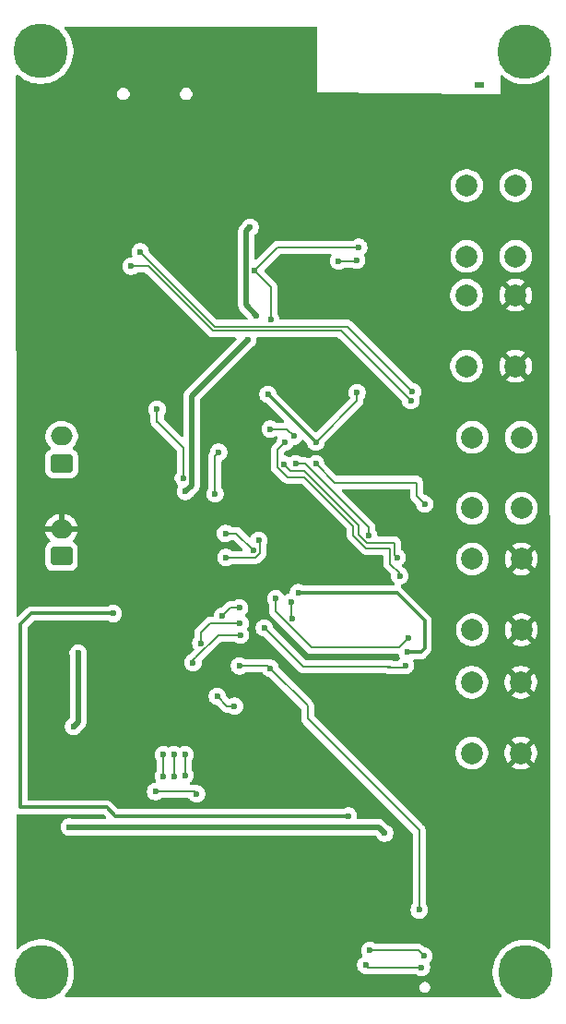
<source format=gbr>
%TF.GenerationSoftware,KiCad,Pcbnew,9.0.5*%
%TF.CreationDate,2025-10-20T11:06:54+01:00*%
%TF.ProjectId,Sound Capture,536f756e-6420-4436-9170-747572652e6b,rev?*%
%TF.SameCoordinates,Original*%
%TF.FileFunction,Copper,L2,Bot*%
%TF.FilePolarity,Positive*%
%FSLAX46Y46*%
G04 Gerber Fmt 4.6, Leading zero omitted, Abs format (unit mm)*
G04 Created by KiCad (PCBNEW 9.0.5) date 2025-10-20 11:06:54*
%MOMM*%
%LPD*%
G01*
G04 APERTURE LIST*
G04 Aperture macros list*
%AMRoundRect*
0 Rectangle with rounded corners*
0 $1 Rounding radius*
0 $2 $3 $4 $5 $6 $7 $8 $9 X,Y pos of 4 corners*
0 Add a 4 corners polygon primitive as box body*
4,1,4,$2,$3,$4,$5,$6,$7,$8,$9,$2,$3,0*
0 Add four circle primitives for the rounded corners*
1,1,$1+$1,$2,$3*
1,1,$1+$1,$4,$5*
1,1,$1+$1,$6,$7*
1,1,$1+$1,$8,$9*
0 Add four rect primitives between the rounded corners*
20,1,$1+$1,$2,$3,$4,$5,0*
20,1,$1+$1,$4,$5,$6,$7,0*
20,1,$1+$1,$6,$7,$8,$9,0*
20,1,$1+$1,$8,$9,$2,$3,0*%
G04 Aperture macros list end*
%TA.AperFunction,ComponentPad*%
%ADD10C,2.000000*%
%TD*%
%TA.AperFunction,ComponentPad*%
%ADD11O,2.000000X1.700000*%
%TD*%
%TA.AperFunction,ComponentPad*%
%ADD12RoundRect,0.250000X0.750000X-0.600000X0.750000X0.600000X-0.750000X0.600000X-0.750000X-0.600000X0*%
%TD*%
%TA.AperFunction,ComponentPad*%
%ADD13C,5.000000*%
%TD*%
%TA.AperFunction,ComponentPad*%
%ADD14R,0.900000X0.500000*%
%TD*%
%TA.AperFunction,ViaPad*%
%ADD15C,0.600000*%
%TD*%
%TA.AperFunction,Conductor*%
%ADD16C,0.200000*%
%TD*%
%TA.AperFunction,Conductor*%
%ADD17C,0.300000*%
%TD*%
%TA.AperFunction,Conductor*%
%ADD18C,0.500000*%
%TD*%
G04 APERTURE END LIST*
D10*
%TO.P,SW5,1,1*%
%TO.N,PlayBTN*%
X95068000Y-85902800D03*
X95068000Y-79402800D03*
%TO.P,SW5,2,2*%
%TO.N,Net-(C37-Pad1)*%
X99568000Y-85902800D03*
X99568000Y-79402800D03*
%TD*%
D11*
%TO.P,J3,2,Pin_2*%
%TO.N,Net-(J3-Pin_2)*%
X57353200Y-79288000D03*
D12*
%TO.P,J3,1,Pin_1*%
%TO.N,Net-(J3-Pin_1)*%
X57353200Y-81788000D03*
%TD*%
D13*
%TO.P,H4,1*%
%TO.N,N/C*%
X55424696Y-43994696D03*
%TD*%
%TO.P,H3,1*%
%TO.N,N/C*%
X55473600Y-128447800D03*
%TD*%
%TO.P,H2,1*%
%TO.N,N/C*%
X99932935Y-128457135D03*
%TD*%
%TO.P,H1,1*%
%TO.N,N/C*%
X99898200Y-44018200D03*
%TD*%
D10*
%TO.P,SW4,1,1*%
%TO.N,BOOT*%
X94534600Y-72870200D03*
X94534600Y-66370200D03*
%TO.P,SW4,2,2*%
%TO.N,GND*%
X99034600Y-72870200D03*
X99034600Y-66370200D03*
%TD*%
%TO.P,SW3,1,1*%
%TO.N,ENABLE*%
X94547600Y-62814800D03*
X94547600Y-56314800D03*
%TO.P,SW3,2,2*%
%TO.N,Net-(C25-Pad1)*%
X99047600Y-62814800D03*
X99047600Y-56314800D03*
%TD*%
%TO.P,SW2,1,1*%
%TO.N,StopBTN*%
X95072200Y-97051000D03*
X95072200Y-90551000D03*
%TO.P,SW2,2,2*%
%TO.N,GND*%
X99572200Y-97051000D03*
X99572200Y-90551000D03*
%TD*%
%TO.P,SW1,1,1*%
%TO.N,StartBTN*%
X95021400Y-108354000D03*
X95021400Y-101854000D03*
%TO.P,SW1,2,2*%
%TO.N,GND*%
X99521400Y-108354000D03*
X99521400Y-101854000D03*
%TD*%
D12*
%TO.P,J2,1,Pin_1*%
%TO.N,VBAT*%
X57336200Y-90302400D03*
D11*
%TO.P,J2,2,Pin_2*%
%TO.N,GND*%
X57336200Y-87802400D03*
%TD*%
D14*
%TO.P,AE1,2,PCB_Trace*%
%TO.N,GND*%
X95717600Y-47057800D03*
%TD*%
D15*
%TO.N,GND*%
X65049400Y-91236800D03*
X69748400Y-107467400D03*
X66065400Y-103632000D03*
X73507600Y-110109000D03*
%TO.N,SPICLK*%
X89179400Y-97815400D03*
%TO.N,SPIHD*%
X88925400Y-100330000D03*
%TO.N,SPID*%
X89077800Y-99085400D03*
%TO.N,GND*%
X59207400Y-125628400D03*
X64820800Y-123977400D03*
%TO.N,VDD*%
X90195400Y-122732800D03*
%TO.N,BOOT*%
X76301600Y-75463400D03*
X80695800Y-79857600D03*
%TO.N,StartBTN*%
X88392000Y-92100400D03*
%TO.N,StopBTN*%
X88163400Y-90424000D03*
%TO.N,+5V*%
X74422000Y-70459600D03*
X75260200Y-68224400D03*
X74650600Y-60147200D03*
X68732400Y-84353400D03*
X58877200Y-99161600D03*
X58445400Y-105918000D03*
%TO.N,Net-(U1-STAT)*%
X62098000Y-95559800D03*
X83693000Y-114122200D03*
%TO.N,Stat-Led*%
X85547200Y-88366600D03*
%TO.N,+5V*%
X87020400Y-115697000D03*
%TO.N,SCK*%
X85648800Y-126441200D03*
%TO.N,SD*%
X85267800Y-127787400D03*
%TO.N,SCK*%
X90627200Y-126949200D03*
%TO.N,SD*%
X90398600Y-127990600D03*
%TO.N,SPID*%
X79095600Y-93624400D03*
%TO.N,SPIQ*%
X78511400Y-96037400D03*
X78409800Y-94488000D03*
%TO.N,SPIHD*%
X75971400Y-96875600D03*
%TO.N,SPICLK*%
X77012800Y-94183200D03*
%TO.N,+5V*%
X58039000Y-115138200D03*
%TO.N,VDD*%
X76504800Y-100584000D03*
X73685400Y-100355400D03*
%TO.N,XTAL_32N*%
X72440800Y-90424000D03*
%TO.N,XTAL_32P*%
X72390000Y-88214200D03*
%TO.N,XTAL_32N*%
X75463400Y-88849200D03*
%TO.N,XTAL_32P*%
X74955400Y-89789000D03*
%TO.N,MCU3V3*%
X73228200Y-104038400D03*
X71653400Y-103149400D03*
%TO.N,VDD*%
X69748400Y-112090200D03*
X65963800Y-111887000D03*
%TO.N,DAT0*%
X66675000Y-108508800D03*
X69418200Y-100050600D03*
X73774300Y-97548700D03*
%TO.N,CLK*%
X67665600Y-108483400D03*
X70129400Y-98272600D03*
X73736200Y-96443800D03*
%TO.N,CMD*%
X68681600Y-108508800D03*
X72123300Y-95796100D03*
X73685400Y-95046800D03*
%TO.N,DAT0*%
X66675000Y-110464600D03*
%TO.N,CLK*%
X67665600Y-110490000D03*
%TO.N,CMD*%
X68707000Y-110388400D03*
%TO.N,VDD*%
X84455000Y-63169800D03*
X82778600Y-63220600D03*
%TO.N,VSYST*%
X66116200Y-76809600D03*
X68529200Y-83134200D03*
%TO.N,Net-(U6-GAIN_SLOT)*%
X71437500Y-84594700D03*
%TO.N,DIN*%
X76504800Y-78638400D03*
%TO.N,Stat-Led*%
X78841600Y-81838800D03*
%TO.N,StartBTN*%
X77851000Y-79857600D03*
%TO.N,StopBTN*%
X77749400Y-81864200D03*
%TO.N,DIN*%
X78663800Y-79298800D03*
%TO.N,Net-(U6-GAIN_SLOT)*%
X71772400Y-80754600D03*
%TO.N,ENABLE*%
X76555600Y-68630800D03*
%TO.N,PlayBTN*%
X90703400Y-85521800D03*
X80690600Y-81833600D03*
%TO.N,GND*%
X88874600Y-80695800D03*
%TO.N,BOOT*%
X84480400Y-75285600D03*
%TO.N,ENABLE*%
X75057000Y-64109600D03*
X84632800Y-61977600D03*
%TO.N,TXD*%
X64575200Y-62399400D03*
%TO.N,RXD*%
X63728600Y-63703200D03*
X89408000Y-76047600D03*
%TO.N,TXD*%
X89573100Y-75196700D03*
%TD*%
D16*
%TO.N,GND*%
X61615000Y-87802400D02*
X57336200Y-87802400D01*
X65049400Y-91236800D02*
X61615000Y-87802400D01*
X69748400Y-107010200D02*
X70078600Y-106680000D01*
X70078600Y-106680000D02*
X68427600Y-105029000D01*
X69748400Y-107467400D02*
X69748400Y-107010200D01*
X66065400Y-103632000D02*
X66014600Y-103682800D01*
X66370200Y-103327200D02*
X66065400Y-103632000D01*
X68427600Y-103327200D02*
X66370200Y-103327200D01*
X73507600Y-110109000D02*
X70078600Y-106680000D01*
X68427600Y-105029000D02*
X68427600Y-103327200D01*
%TO.N,SPICLK*%
X77012800Y-95388743D02*
X77012800Y-94183200D01*
X80303057Y-98679000D02*
X77012800Y-95388743D01*
X88315800Y-98679000D02*
X80303057Y-98679000D01*
X89179400Y-97815400D02*
X88315800Y-98679000D01*
D17*
%TO.N,SPID*%
X88138000Y-93624400D02*
X79095600Y-93624400D01*
X90678000Y-98755200D02*
X90678000Y-96164400D01*
X90678000Y-96164400D02*
X88138000Y-93624400D01*
X90347800Y-99085400D02*
X90678000Y-98755200D01*
X89077800Y-99085400D02*
X90347800Y-99085400D01*
D16*
%TO.N,SPIHD*%
X87579200Y-100457000D02*
X87604600Y-100482400D01*
X79552800Y-100457000D02*
X87579200Y-100457000D01*
X87604600Y-100482400D02*
X88773000Y-100482400D01*
X75971400Y-96875600D02*
X79552800Y-100457000D01*
D17*
%TO.N,GND*%
X59156600Y-125577600D02*
X59207400Y-125628400D01*
X59156600Y-124002800D02*
X59156600Y-125577600D01*
X64820800Y-123977400D02*
X64795400Y-124002800D01*
X64795400Y-124002800D02*
X59156600Y-124002800D01*
D16*
%TO.N,VDD*%
X79933800Y-105181400D02*
X79933800Y-104013000D01*
X79933800Y-104013000D02*
X76504800Y-100584000D01*
X90195400Y-115443000D02*
X79933800Y-105181400D01*
X90195400Y-122732800D02*
X90195400Y-115443000D01*
D17*
%TO.N,BOOT*%
X76301600Y-75463400D02*
X80695800Y-79857600D01*
D16*
X84480400Y-76073000D02*
X84480400Y-75285600D01*
X80695800Y-79857600D02*
X84480400Y-76073000D01*
%TO.N,StartBTN*%
X88392000Y-91871800D02*
X88392000Y-92100400D01*
X87508400Y-90988200D02*
X88392000Y-91871800D01*
X86004400Y-89560400D02*
X87508400Y-89560400D01*
X85323957Y-89560400D02*
X86004400Y-89560400D01*
X84133350Y-87519850D02*
X84133350Y-88369793D01*
X79425800Y-83032600D02*
X79646100Y-83032600D01*
X78067857Y-83032600D02*
X79425800Y-83032600D01*
X79646100Y-83032600D02*
X84133350Y-87519850D01*
X77148400Y-82113143D02*
X78067857Y-83032600D01*
X87508400Y-89560400D02*
X87508400Y-90988200D01*
X77148400Y-80560200D02*
X77148400Y-82113143D01*
X84133350Y-88369793D02*
X85323957Y-89560400D01*
X77851000Y-79857600D02*
X77148400Y-80560200D01*
%TO.N,StopBTN*%
X87909400Y-90170000D02*
X88163400Y-90424000D01*
X87909400Y-89077800D02*
X87909400Y-90170000D01*
X85408457Y-89077800D02*
X87909400Y-89077800D01*
X84658200Y-87477600D02*
X84658200Y-87503000D01*
X79654400Y-82473800D02*
X84658200Y-87477600D01*
X78359000Y-82473800D02*
X79654400Y-82473800D01*
X84658200Y-88327543D02*
X85408457Y-89077800D01*
X77749400Y-81864200D02*
X78359000Y-82473800D01*
X84658200Y-87503000D02*
X84658200Y-88327543D01*
D18*
%TO.N,+5V*%
X69280200Y-75601400D02*
X69280200Y-83805600D01*
X69280200Y-83805600D02*
X68732400Y-84353400D01*
X74422000Y-70459600D02*
X69280200Y-75601400D01*
X74306000Y-60491800D02*
X74306000Y-67270200D01*
X74306000Y-67270200D02*
X75260200Y-68224400D01*
X74650600Y-60147200D02*
X74306000Y-60491800D01*
X58877200Y-105486200D02*
X58445400Y-105918000D01*
X58877200Y-99161600D02*
X58877200Y-105486200D01*
D17*
%TO.N,Net-(U1-STAT)*%
X53568600Y-113334800D02*
X61468000Y-113334800D01*
X53568600Y-96545400D02*
X53568600Y-113334800D01*
X54554200Y-95559800D02*
X53568600Y-96545400D01*
X62255400Y-114122200D02*
X83693000Y-114122200D01*
X62098000Y-95559800D02*
X54554200Y-95559800D01*
X61468000Y-113334800D02*
X62255400Y-114122200D01*
D16*
%TO.N,Stat-Led*%
X85547200Y-87655400D02*
X85547200Y-88366600D01*
X79730600Y-81838800D02*
X85547200Y-87655400D01*
X78841600Y-81838800D02*
X79730600Y-81838800D01*
D18*
%TO.N,+5V*%
X86461600Y-115138200D02*
X87020400Y-115697000D01*
X73812400Y-115138200D02*
X86461600Y-115138200D01*
D16*
%TO.N,SCK*%
X90119200Y-126441200D02*
X90627200Y-126949200D01*
X85648800Y-126441200D02*
X90119200Y-126441200D01*
%TO.N,SD*%
X85471000Y-127990600D02*
X90398600Y-127990600D01*
X85267800Y-127787400D02*
X85471000Y-127990600D01*
%TO.N,SPIQ*%
X78409800Y-95935800D02*
X78511400Y-96037400D01*
X78409800Y-94488000D02*
X78409800Y-95935800D01*
D18*
%TO.N,+5V*%
X58039000Y-115138200D02*
X73812400Y-115138200D01*
D16*
%TO.N,VDD*%
X76276200Y-100355400D02*
X73685400Y-100355400D01*
X76504800Y-100584000D02*
X76276200Y-100355400D01*
%TO.N,XTAL_32N*%
X75170343Y-90424000D02*
X72440800Y-90424000D01*
X75556400Y-88942200D02*
X75556400Y-90037943D01*
X75556400Y-90037943D02*
X75170343Y-90424000D01*
X75463400Y-88849200D02*
X75556400Y-88942200D01*
%TO.N,XTAL_32P*%
X73380600Y-88214200D02*
X72390000Y-88214200D01*
X74955400Y-89789000D02*
X73380600Y-88214200D01*
%TO.N,MCU3V3*%
X72542400Y-104038400D02*
X71653400Y-103149400D01*
X73228200Y-104038400D02*
X72542400Y-104038400D01*
%TO.N,VDD*%
X69545200Y-111887000D02*
X69748400Y-112090200D01*
X65963800Y-111887000D02*
X69545200Y-111887000D01*
%TO.N,DAT0*%
X66675000Y-108508800D02*
X66675000Y-110464600D01*
X69418200Y-100050600D02*
X69418200Y-100076000D01*
X69418200Y-99847400D02*
X69418200Y-100050600D01*
X69646800Y-99618800D02*
X69418200Y-99847400D01*
X71716900Y-97548700D02*
X69646800Y-99618800D01*
X73774300Y-97548700D02*
X71716900Y-97548700D01*
%TO.N,CLK*%
X67665600Y-108483400D02*
X67665600Y-110490000D01*
X70129400Y-98272600D02*
X70129400Y-98298000D01*
X70129400Y-97307400D02*
X70129400Y-98272600D01*
X70993000Y-96443800D02*
X70129400Y-97307400D01*
X73736200Y-96443800D02*
X70993000Y-96443800D01*
%TO.N,CMD*%
X68681600Y-110363000D02*
X68707000Y-110388400D01*
X68681600Y-108508800D02*
X68681600Y-110363000D01*
X72123300Y-95796100D02*
X72085200Y-95834200D01*
X72872600Y-95046800D02*
X72123300Y-95796100D01*
X73685400Y-95046800D02*
X72872600Y-95046800D01*
%TO.N,VDD*%
X84404200Y-63220600D02*
X84455000Y-63169800D01*
X82778600Y-63220600D02*
X84404200Y-63220600D01*
%TO.N,Net-(U6-GAIN_SLOT)*%
X71437500Y-81089500D02*
X71772400Y-80754600D01*
X71437500Y-84594700D02*
X71437500Y-81089500D01*
%TO.N,VSYST*%
X66116200Y-77952600D02*
X66116200Y-76809600D01*
X66192400Y-78028800D02*
X66116200Y-77952600D01*
X68529200Y-80365600D02*
X66192400Y-78028800D01*
X68529200Y-83134200D02*
X68529200Y-80365600D01*
%TO.N,DIN*%
X78003400Y-78638400D02*
X78663800Y-79298800D01*
X76504800Y-78638400D02*
X78003400Y-78638400D01*
%TO.N,RXD*%
X65311900Y-63703200D02*
X63728600Y-63703200D01*
X82993200Y-69632800D02*
X71241500Y-69632800D01*
X71241500Y-69632800D02*
X65311900Y-63703200D01*
X89408000Y-76047600D02*
X82993200Y-69632800D01*
%TO.N,TXD*%
X71407600Y-69231800D02*
X64575200Y-62399400D01*
X83608200Y-69231800D02*
X71407600Y-69231800D01*
X89573100Y-75196700D02*
X83608200Y-69231800D01*
%TO.N,ENABLE*%
X76555600Y-65608200D02*
X75057000Y-64109600D01*
X76555600Y-68630800D02*
X76555600Y-65608200D01*
%TO.N,PlayBTN*%
X82397600Y-83540600D02*
X80690600Y-81833600D01*
X89941400Y-83540600D02*
X82397600Y-83540600D01*
X89941400Y-84759800D02*
X89941400Y-83540600D01*
X90703400Y-85521800D02*
X89941400Y-84759800D01*
%TO.N,ENABLE*%
X77189000Y-61977600D02*
X75057000Y-64109600D01*
X84632800Y-61977600D02*
X77189000Y-61977600D01*
%TO.N,SPIHD*%
X88773000Y-100482400D02*
X88874600Y-100380800D01*
X87325200Y-100482400D02*
X87604600Y-100482400D01*
%TD*%
%TA.AperFunction,Conductor*%
%TO.N,GND*%
G36*
X80715296Y-41735754D02*
G01*
X80782324Y-41755462D01*
X80828060Y-41808282D01*
X80839244Y-41860626D01*
X80799135Y-47556432D01*
X80797400Y-47802800D01*
X96167600Y-47929800D01*
X97637600Y-47929800D01*
X97648118Y-46310016D01*
X97668236Y-46243110D01*
X97721336Y-46197699D01*
X97790558Y-46188204D01*
X97853923Y-46217641D01*
X97859794Y-46223143D01*
X97879762Y-46243110D01*
X97895677Y-46259025D01*
X98159161Y-46469146D01*
X98444514Y-46648446D01*
X98748149Y-46794669D01*
X98987048Y-46878263D01*
X99066234Y-46905972D01*
X99066246Y-46905976D01*
X99394806Y-46980967D01*
X99729692Y-47018699D01*
X99729693Y-47018700D01*
X99729696Y-47018700D01*
X100066707Y-47018700D01*
X100066707Y-47018699D01*
X100401594Y-46980967D01*
X100730154Y-46905976D01*
X101048251Y-46794669D01*
X101351886Y-46648446D01*
X101637239Y-46469146D01*
X101900723Y-46259025D01*
X101937801Y-46221947D01*
X101999124Y-46188462D01*
X102068816Y-46193446D01*
X102124749Y-46235318D01*
X102149166Y-46300782D01*
X102149482Y-46309564D01*
X102190516Y-126171942D01*
X102170866Y-126238992D01*
X102118085Y-126284774D01*
X102048932Y-126294753D01*
X101985361Y-126265761D01*
X101978835Y-126259687D01*
X101935457Y-126216309D01*
X101868541Y-126162946D01*
X101671974Y-126006189D01*
X101408601Y-125840700D01*
X101386618Y-125826887D01*
X101082989Y-125680667D01*
X100764900Y-125569362D01*
X100764888Y-125569358D01*
X100436332Y-125494368D01*
X100436316Y-125494366D01*
X100101443Y-125456635D01*
X100101439Y-125456635D01*
X99764431Y-125456635D01*
X99764426Y-125456635D01*
X99429553Y-125494366D01*
X99429537Y-125494368D01*
X99100981Y-125569358D01*
X99100969Y-125569362D01*
X98782880Y-125680667D01*
X98479251Y-125826887D01*
X98193897Y-126006188D01*
X97930412Y-126216309D01*
X97692109Y-126454612D01*
X97481988Y-126718097D01*
X97302687Y-127003451D01*
X97156467Y-127307080D01*
X97045162Y-127625169D01*
X97045158Y-127625181D01*
X96970168Y-127953737D01*
X96970166Y-127953753D01*
X96932435Y-128288626D01*
X96932435Y-128625643D01*
X96970166Y-128960516D01*
X96970168Y-128960532D01*
X97045158Y-129289088D01*
X97045162Y-129289100D01*
X97156467Y-129607189D01*
X97302687Y-129910818D01*
X97302689Y-129910821D01*
X97481989Y-130196174D01*
X97638746Y-130392741D01*
X97692109Y-130459657D01*
X97736188Y-130503736D01*
X97769673Y-130565059D01*
X97764689Y-130634751D01*
X97722817Y-130690684D01*
X97657353Y-130715101D01*
X97648481Y-130715417D01*
X57757033Y-130707050D01*
X57689998Y-130687351D01*
X57644254Y-130634538D01*
X57634325Y-130565377D01*
X57663363Y-130501828D01*
X57669365Y-130495382D01*
X57714425Y-130450323D01*
X57924546Y-130186839D01*
X58103846Y-129901486D01*
X58165477Y-129773508D01*
X90202900Y-129773508D01*
X90202900Y-129905292D01*
X90211798Y-129938499D01*
X90237008Y-130032587D01*
X90269954Y-130089650D01*
X90302900Y-130146714D01*
X90396086Y-130239900D01*
X90510214Y-130305792D01*
X90637508Y-130339900D01*
X90637510Y-130339900D01*
X90769290Y-130339900D01*
X90769292Y-130339900D01*
X90896586Y-130305792D01*
X91010714Y-130239900D01*
X91103900Y-130146714D01*
X91169792Y-130032586D01*
X91203900Y-129905292D01*
X91203900Y-129773508D01*
X91169792Y-129646214D01*
X91103900Y-129532086D01*
X91010714Y-129438900D01*
X90953650Y-129405954D01*
X90896587Y-129373008D01*
X90832939Y-129355954D01*
X90769292Y-129338900D01*
X90637508Y-129338900D01*
X90510212Y-129373008D01*
X90396086Y-129438900D01*
X90396083Y-129438902D01*
X90302902Y-129532083D01*
X90302900Y-129532086D01*
X90237008Y-129646212D01*
X90202900Y-129773508D01*
X58165477Y-129773508D01*
X58195301Y-129711579D01*
X58195302Y-129711577D01*
X58250064Y-129597862D01*
X58250065Y-129597859D01*
X58250069Y-129597851D01*
X58361376Y-129279754D01*
X58436367Y-128951194D01*
X58474100Y-128616304D01*
X58474100Y-128279296D01*
X58436367Y-127944406D01*
X58382536Y-127708553D01*
X84467300Y-127708553D01*
X84467300Y-127866246D01*
X84498061Y-128020889D01*
X84498064Y-128020901D01*
X84558402Y-128166572D01*
X84558409Y-128166585D01*
X84646010Y-128297688D01*
X84646013Y-128297692D01*
X84757507Y-128409186D01*
X84757511Y-128409189D01*
X84888614Y-128496790D01*
X84888627Y-128496797D01*
X84990424Y-128538962D01*
X85034303Y-128557137D01*
X85169809Y-128584091D01*
X85188953Y-128587899D01*
X85188956Y-128587900D01*
X85188958Y-128587900D01*
X85346634Y-128587900D01*
X85346642Y-128587900D01*
X85346649Y-128587898D01*
X85348560Y-128587710D01*
X85350877Y-128587900D01*
X85352735Y-128587900D01*
X85352735Y-128588052D01*
X85383809Y-128590600D01*
X85383883Y-128590039D01*
X85391942Y-128591100D01*
X85391943Y-128591100D01*
X89818834Y-128591100D01*
X89885873Y-128610785D01*
X89887725Y-128611998D01*
X90019414Y-128699990D01*
X90019427Y-128699997D01*
X90165098Y-128760335D01*
X90165103Y-128760337D01*
X90319753Y-128791099D01*
X90319756Y-128791100D01*
X90319758Y-128791100D01*
X90477444Y-128791100D01*
X90477445Y-128791099D01*
X90632097Y-128760337D01*
X90777779Y-128699994D01*
X90908889Y-128612389D01*
X91020389Y-128500889D01*
X91107994Y-128369779D01*
X91168337Y-128224097D01*
X91199100Y-128069442D01*
X91199100Y-127911758D01*
X91199100Y-127911755D01*
X91199099Y-127911753D01*
X91168338Y-127757110D01*
X91168337Y-127757103D01*
X91136497Y-127680233D01*
X91129028Y-127610764D01*
X91160303Y-127548285D01*
X91163350Y-127545127D01*
X91248989Y-127459489D01*
X91336594Y-127328379D01*
X91396937Y-127182697D01*
X91427700Y-127028042D01*
X91427700Y-126870358D01*
X91427700Y-126870355D01*
X91427699Y-126870353D01*
X91396938Y-126715710D01*
X91396937Y-126715703D01*
X91379949Y-126674689D01*
X91336597Y-126570027D01*
X91336590Y-126570014D01*
X91248989Y-126438911D01*
X91248986Y-126438907D01*
X91137492Y-126327413D01*
X91137488Y-126327410D01*
X91006385Y-126239809D01*
X91006372Y-126239802D01*
X90860701Y-126179464D01*
X90860691Y-126179461D01*
X90705349Y-126148561D01*
X90688592Y-126139795D01*
X90670114Y-126135776D01*
X90645077Y-126117033D01*
X90643438Y-126116176D01*
X90641860Y-126114625D01*
X90606790Y-126079555D01*
X90606788Y-126079552D01*
X90487917Y-125960681D01*
X90487916Y-125960680D01*
X90401104Y-125910560D01*
X90401104Y-125910559D01*
X90401100Y-125910558D01*
X90350985Y-125881623D01*
X90198257Y-125840699D01*
X90040143Y-125840699D01*
X90032547Y-125840699D01*
X90032531Y-125840700D01*
X86228566Y-125840700D01*
X86161527Y-125821015D01*
X86159675Y-125819802D01*
X86027985Y-125731809D01*
X86027972Y-125731802D01*
X85882301Y-125671464D01*
X85882289Y-125671461D01*
X85727645Y-125640700D01*
X85727642Y-125640700D01*
X85569958Y-125640700D01*
X85569955Y-125640700D01*
X85415310Y-125671461D01*
X85415298Y-125671464D01*
X85269627Y-125731802D01*
X85269614Y-125731809D01*
X85138511Y-125819410D01*
X85138507Y-125819413D01*
X85027013Y-125930907D01*
X85027010Y-125930911D01*
X84939409Y-126062014D01*
X84939402Y-126062027D01*
X84879064Y-126207698D01*
X84879061Y-126207710D01*
X84848300Y-126362353D01*
X84848300Y-126520046D01*
X84879061Y-126674689D01*
X84879064Y-126674701D01*
X84939402Y-126820372D01*
X84939412Y-126820390D01*
X84979278Y-126880054D01*
X85000156Y-126946731D01*
X84981671Y-127014111D01*
X84929692Y-127060801D01*
X84923629Y-127063505D01*
X84888623Y-127078004D01*
X84888614Y-127078009D01*
X84757511Y-127165610D01*
X84757507Y-127165613D01*
X84646013Y-127277107D01*
X84646010Y-127277111D01*
X84558409Y-127408214D01*
X84558402Y-127408227D01*
X84498064Y-127553898D01*
X84498061Y-127553910D01*
X84467300Y-127708553D01*
X58382536Y-127708553D01*
X58361376Y-127615846D01*
X58250069Y-127297749D01*
X58103846Y-126994114D01*
X57924546Y-126708761D01*
X57714425Y-126445277D01*
X57476123Y-126206975D01*
X57466101Y-126198983D01*
X57316339Y-126079552D01*
X57212639Y-125996854D01*
X57015553Y-125873016D01*
X56927283Y-125817552D01*
X56623654Y-125671332D01*
X56305565Y-125560027D01*
X56305553Y-125560023D01*
X55976997Y-125485033D01*
X55976981Y-125485031D01*
X55642108Y-125447300D01*
X55642104Y-125447300D01*
X55305096Y-125447300D01*
X55305091Y-125447300D01*
X54970218Y-125485031D01*
X54970202Y-125485033D01*
X54641646Y-125560023D01*
X54641634Y-125560027D01*
X54323545Y-125671332D01*
X54019916Y-125817552D01*
X53734562Y-125996853D01*
X53471082Y-126206970D01*
X53400232Y-126277820D01*
X53338908Y-126311304D01*
X53269217Y-126306319D01*
X53213283Y-126264448D01*
X53188867Y-126198983D01*
X53188551Y-126190186D01*
X53188535Y-126148561D01*
X53183836Y-114065145D01*
X53203495Y-113998101D01*
X53256281Y-113952326D01*
X53325435Y-113942355D01*
X53355287Y-113950538D01*
X53378856Y-113960301D01*
X53378860Y-113960301D01*
X53378861Y-113960302D01*
X53504528Y-113985300D01*
X53504531Y-113985300D01*
X53632669Y-113985300D01*
X61147192Y-113985300D01*
X61176632Y-113993944D01*
X61206619Y-114000468D01*
X61211634Y-114004222D01*
X61214231Y-114004985D01*
X61234873Y-114021619D01*
X61389273Y-114176019D01*
X61422758Y-114237342D01*
X61417774Y-114307034D01*
X61375902Y-114362967D01*
X61310438Y-114387384D01*
X61301592Y-114387700D01*
X58343604Y-114387700D01*
X58296155Y-114378262D01*
X58272497Y-114368463D01*
X58272493Y-114368462D01*
X58272488Y-114368460D01*
X58117845Y-114337700D01*
X58117842Y-114337700D01*
X57960158Y-114337700D01*
X57960155Y-114337700D01*
X57805510Y-114368461D01*
X57805498Y-114368464D01*
X57659827Y-114428802D01*
X57659814Y-114428809D01*
X57528711Y-114516410D01*
X57528707Y-114516413D01*
X57417213Y-114627907D01*
X57417210Y-114627911D01*
X57329609Y-114759014D01*
X57329602Y-114759027D01*
X57269264Y-114904698D01*
X57269261Y-114904710D01*
X57238500Y-115059353D01*
X57238500Y-115217046D01*
X57269261Y-115371689D01*
X57269264Y-115371701D01*
X57329602Y-115517372D01*
X57329609Y-115517385D01*
X57417210Y-115648488D01*
X57417213Y-115648492D01*
X57528707Y-115759986D01*
X57528711Y-115759989D01*
X57659814Y-115847590D01*
X57659827Y-115847597D01*
X57805498Y-115907935D01*
X57805503Y-115907937D01*
X57960153Y-115938699D01*
X57960156Y-115938700D01*
X57960158Y-115938700D01*
X58117844Y-115938700D01*
X58117845Y-115938699D01*
X58194152Y-115923520D01*
X58272488Y-115907939D01*
X58272489Y-115907938D01*
X58272497Y-115907937D01*
X58296155Y-115898137D01*
X58343604Y-115888700D01*
X73738482Y-115888700D01*
X86099370Y-115888700D01*
X86128810Y-115897344D01*
X86158797Y-115903868D01*
X86163812Y-115907622D01*
X86166409Y-115908385D01*
X86187051Y-115925019D01*
X86274327Y-116012295D01*
X86301206Y-116052521D01*
X86311006Y-116076179D01*
X86311007Y-116076181D01*
X86398607Y-116207284D01*
X86398613Y-116207292D01*
X86510107Y-116318786D01*
X86510111Y-116318789D01*
X86641214Y-116406390D01*
X86641227Y-116406397D01*
X86786898Y-116466735D01*
X86786903Y-116466737D01*
X86941553Y-116497499D01*
X86941556Y-116497500D01*
X86941558Y-116497500D01*
X87099244Y-116497500D01*
X87099245Y-116497499D01*
X87253897Y-116466737D01*
X87399579Y-116406394D01*
X87530689Y-116318789D01*
X87642189Y-116207289D01*
X87729794Y-116076179D01*
X87790137Y-115930497D01*
X87820900Y-115775842D01*
X87820900Y-115618158D01*
X87820900Y-115618155D01*
X87820899Y-115618153D01*
X87800855Y-115517385D01*
X87790137Y-115463503D01*
X87748899Y-115363945D01*
X87729797Y-115317827D01*
X87729790Y-115317814D01*
X87642189Y-115186711D01*
X87642186Y-115186707D01*
X87530692Y-115075213D01*
X87530684Y-115075207D01*
X87399581Y-114987607D01*
X87399579Y-114987606D01*
X87375921Y-114977806D01*
X87335695Y-114950927D01*
X86940021Y-114555252D01*
X86940018Y-114555249D01*
X86859394Y-114501379D01*
X86817095Y-114473116D01*
X86817092Y-114473114D01*
X86817091Y-114473114D01*
X86680517Y-114416543D01*
X86680507Y-114416540D01*
X86535520Y-114387700D01*
X86535518Y-114387700D01*
X84607466Y-114387700D01*
X84540427Y-114368015D01*
X84494672Y-114315211D01*
X84484728Y-114246053D01*
X84485849Y-114239508D01*
X84493500Y-114201044D01*
X84493500Y-114043355D01*
X84493499Y-114043353D01*
X84485715Y-114004222D01*
X84462737Y-113888703D01*
X84450850Y-113860005D01*
X84402397Y-113743027D01*
X84402390Y-113743014D01*
X84314789Y-113611911D01*
X84314786Y-113611907D01*
X84203292Y-113500413D01*
X84203288Y-113500410D01*
X84072185Y-113412809D01*
X84072172Y-113412802D01*
X83926501Y-113352464D01*
X83926489Y-113352461D01*
X83771845Y-113321700D01*
X83771842Y-113321700D01*
X83614158Y-113321700D01*
X83614155Y-113321700D01*
X83459510Y-113352461D01*
X83459498Y-113352464D01*
X83313827Y-113412802D01*
X83313820Y-113412806D01*
X83284928Y-113432111D01*
X83256955Y-113450802D01*
X83190279Y-113471680D01*
X83188065Y-113471700D01*
X62576208Y-113471700D01*
X62509169Y-113452015D01*
X62488527Y-113435381D01*
X61882674Y-112829527D01*
X61882673Y-112829526D01*
X61882669Y-112829523D01*
X61776127Y-112758335D01*
X61657744Y-112709299D01*
X61657738Y-112709297D01*
X61532071Y-112684300D01*
X61532069Y-112684300D01*
X54343100Y-112684300D01*
X54276061Y-112664615D01*
X54230306Y-112611811D01*
X54219100Y-112560300D01*
X54219100Y-111808153D01*
X65163300Y-111808153D01*
X65163300Y-111965846D01*
X65194061Y-112120489D01*
X65194064Y-112120501D01*
X65254402Y-112266172D01*
X65254409Y-112266185D01*
X65342010Y-112397288D01*
X65342013Y-112397292D01*
X65453507Y-112508786D01*
X65453511Y-112508789D01*
X65584614Y-112596390D01*
X65584627Y-112596397D01*
X65730298Y-112656735D01*
X65730303Y-112656737D01*
X65868871Y-112684300D01*
X65884953Y-112687499D01*
X65884956Y-112687500D01*
X65884958Y-112687500D01*
X66042644Y-112687500D01*
X66042645Y-112687499D01*
X66197297Y-112656737D01*
X66309966Y-112610067D01*
X66342972Y-112596397D01*
X66342972Y-112596396D01*
X66342979Y-112596394D01*
X66342985Y-112596390D01*
X66474675Y-112508398D01*
X66541353Y-112487520D01*
X66543566Y-112487500D01*
X68984835Y-112487500D01*
X69051874Y-112507185D01*
X69087936Y-112542608D01*
X69099758Y-112560300D01*
X69126612Y-112600491D01*
X69238107Y-112711986D01*
X69238111Y-112711989D01*
X69369214Y-112799590D01*
X69369227Y-112799597D01*
X69514898Y-112859935D01*
X69514903Y-112859937D01*
X69669553Y-112890699D01*
X69669556Y-112890700D01*
X69669558Y-112890700D01*
X69827244Y-112890700D01*
X69827245Y-112890699D01*
X69981897Y-112859937D01*
X70127579Y-112799594D01*
X70258689Y-112711989D01*
X70370189Y-112600489D01*
X70457794Y-112469379D01*
X70518137Y-112323697D01*
X70548900Y-112169042D01*
X70548900Y-112011358D01*
X70548900Y-112011355D01*
X70548899Y-112011353D01*
X70518138Y-111856710D01*
X70518137Y-111856703D01*
X70498027Y-111808153D01*
X70457797Y-111711027D01*
X70457790Y-111711014D01*
X70370189Y-111579911D01*
X70370186Y-111579907D01*
X70258692Y-111468413D01*
X70258688Y-111468410D01*
X70127585Y-111380809D01*
X70127572Y-111380802D01*
X69981901Y-111320464D01*
X69981889Y-111320461D01*
X69827245Y-111289700D01*
X69827242Y-111289700D01*
X69669558Y-111289700D01*
X69669551Y-111289700D01*
X69667610Y-111289891D01*
X69652959Y-111290462D01*
X69637911Y-111290157D01*
X69624257Y-111286499D01*
X69466143Y-111286499D01*
X69466139Y-111286500D01*
X69212534Y-111286500D01*
X69145495Y-111266815D01*
X69099740Y-111214011D01*
X69089796Y-111144853D01*
X69118821Y-111081297D01*
X69143643Y-111059398D01*
X69168866Y-111042544D01*
X69217289Y-111010189D01*
X69328789Y-110898689D01*
X69416394Y-110767579D01*
X69476737Y-110621897D01*
X69507500Y-110467242D01*
X69507500Y-110309558D01*
X69507500Y-110309555D01*
X69507499Y-110309553D01*
X69476737Y-110154903D01*
X69476735Y-110154898D01*
X69416397Y-110009227D01*
X69416390Y-110009214D01*
X69328789Y-109878111D01*
X69328786Y-109878107D01*
X69318419Y-109867740D01*
X69284934Y-109806417D01*
X69282100Y-109780059D01*
X69282100Y-109088565D01*
X69301785Y-109021526D01*
X69302998Y-109019674D01*
X69390990Y-108887985D01*
X69390990Y-108887984D01*
X69390994Y-108887979D01*
X69451337Y-108742297D01*
X69482100Y-108587642D01*
X69482100Y-108429958D01*
X69482100Y-108429955D01*
X69482099Y-108429953D01*
X69466991Y-108353999D01*
X69451337Y-108275303D01*
X69451335Y-108275298D01*
X69390997Y-108129627D01*
X69390990Y-108129614D01*
X69303389Y-107998511D01*
X69303386Y-107998507D01*
X69191892Y-107887013D01*
X69191888Y-107887010D01*
X69060785Y-107799409D01*
X69060772Y-107799402D01*
X68915101Y-107739064D01*
X68915089Y-107739061D01*
X68760445Y-107708300D01*
X68760442Y-107708300D01*
X68602758Y-107708300D01*
X68602755Y-107708300D01*
X68448110Y-107739061D01*
X68448098Y-107739064D01*
X68302428Y-107799402D01*
X68302414Y-107799410D01*
X68261494Y-107826751D01*
X68194816Y-107847627D01*
X68127437Y-107829141D01*
X68123715Y-107826749D01*
X68044785Y-107774009D01*
X68044772Y-107774002D01*
X67899101Y-107713664D01*
X67899089Y-107713661D01*
X67744445Y-107682900D01*
X67744442Y-107682900D01*
X67586758Y-107682900D01*
X67586755Y-107682900D01*
X67432110Y-107713661D01*
X67432098Y-107713664D01*
X67286427Y-107774002D01*
X67286416Y-107774008D01*
X67220182Y-107818264D01*
X67153504Y-107839141D01*
X67086124Y-107820656D01*
X67082402Y-107818264D01*
X67054182Y-107799408D01*
X67054181Y-107799407D01*
X67054179Y-107799406D01*
X67054176Y-107799404D01*
X67054171Y-107799402D01*
X66908501Y-107739064D01*
X66908489Y-107739061D01*
X66753845Y-107708300D01*
X66753842Y-107708300D01*
X66596158Y-107708300D01*
X66596155Y-107708300D01*
X66441510Y-107739061D01*
X66441498Y-107739064D01*
X66295827Y-107799402D01*
X66295814Y-107799409D01*
X66164711Y-107887010D01*
X66164707Y-107887013D01*
X66053213Y-107998507D01*
X66053210Y-107998511D01*
X65965609Y-108129614D01*
X65965602Y-108129627D01*
X65905264Y-108275298D01*
X65905261Y-108275310D01*
X65874500Y-108429953D01*
X65874500Y-108587646D01*
X65905261Y-108742289D01*
X65905264Y-108742301D01*
X65965602Y-108887972D01*
X65965609Y-108887985D01*
X66053602Y-109019674D01*
X66074480Y-109086351D01*
X66074500Y-109088565D01*
X66074500Y-109884834D01*
X66054815Y-109951873D01*
X66053602Y-109953725D01*
X65965609Y-110085414D01*
X65965602Y-110085427D01*
X65905264Y-110231098D01*
X65905261Y-110231110D01*
X65874500Y-110385753D01*
X65874500Y-110543446D01*
X65905261Y-110698089D01*
X65905264Y-110698101D01*
X65965602Y-110843772D01*
X65965609Y-110843785D01*
X65998901Y-110893609D01*
X66019779Y-110960286D01*
X66001295Y-111027666D01*
X65949316Y-111074357D01*
X65895799Y-111086500D01*
X65884955Y-111086500D01*
X65730310Y-111117261D01*
X65730298Y-111117264D01*
X65584627Y-111177602D01*
X65584614Y-111177609D01*
X65453511Y-111265210D01*
X65453507Y-111265213D01*
X65342013Y-111376707D01*
X65342010Y-111376711D01*
X65254409Y-111507814D01*
X65254402Y-111507827D01*
X65194064Y-111653498D01*
X65194061Y-111653510D01*
X65163300Y-111808153D01*
X54219100Y-111808153D01*
X54219100Y-105839153D01*
X57644900Y-105839153D01*
X57644900Y-105996846D01*
X57675661Y-106151489D01*
X57675664Y-106151501D01*
X57736002Y-106297172D01*
X57736009Y-106297185D01*
X57823610Y-106428288D01*
X57823613Y-106428292D01*
X57935107Y-106539786D01*
X57935111Y-106539789D01*
X58066214Y-106627390D01*
X58066227Y-106627397D01*
X58211898Y-106687735D01*
X58211903Y-106687737D01*
X58366553Y-106718499D01*
X58366556Y-106718500D01*
X58366558Y-106718500D01*
X58524244Y-106718500D01*
X58524245Y-106718499D01*
X58678897Y-106687737D01*
X58824579Y-106627394D01*
X58955689Y-106539789D01*
X59067189Y-106428289D01*
X59154794Y-106297179D01*
X59164592Y-106273521D01*
X59191467Y-106233298D01*
X59460151Y-105964616D01*
X59542284Y-105841695D01*
X59598858Y-105705113D01*
X59627700Y-105560118D01*
X59627700Y-105412283D01*
X59627700Y-103070553D01*
X70852900Y-103070553D01*
X70852900Y-103228246D01*
X70883661Y-103382889D01*
X70883664Y-103382901D01*
X70944002Y-103528572D01*
X70944009Y-103528585D01*
X71031610Y-103659688D01*
X71031613Y-103659692D01*
X71143107Y-103771186D01*
X71143111Y-103771189D01*
X71274214Y-103858790D01*
X71274227Y-103858797D01*
X71419898Y-103919135D01*
X71419903Y-103919137D01*
X71484547Y-103931995D01*
X71575249Y-103950038D01*
X71637160Y-103982423D01*
X71638739Y-103983974D01*
X72057539Y-104402774D01*
X72057549Y-104402785D01*
X72061879Y-104407115D01*
X72061880Y-104407116D01*
X72173684Y-104518920D01*
X72225245Y-104548688D01*
X72260495Y-104569039D01*
X72260497Y-104569041D01*
X72298551Y-104591011D01*
X72310615Y-104597977D01*
X72463343Y-104638901D01*
X72463346Y-104638901D01*
X72629053Y-104638901D01*
X72629069Y-104638900D01*
X72648434Y-104638900D01*
X72715473Y-104658585D01*
X72717325Y-104659798D01*
X72849014Y-104747790D01*
X72849027Y-104747797D01*
X72994698Y-104808135D01*
X72994703Y-104808137D01*
X73149353Y-104838899D01*
X73149356Y-104838900D01*
X73149358Y-104838900D01*
X73307044Y-104838900D01*
X73307045Y-104838899D01*
X73461697Y-104808137D01*
X73607379Y-104747794D01*
X73738489Y-104660189D01*
X73849989Y-104548689D01*
X73937594Y-104417579D01*
X73997937Y-104271897D01*
X74028700Y-104117242D01*
X74028700Y-103959558D01*
X74028700Y-103959555D01*
X74028699Y-103959553D01*
X74008657Y-103858797D01*
X73997937Y-103804903D01*
X73965199Y-103725865D01*
X73937597Y-103659227D01*
X73937590Y-103659214D01*
X73849989Y-103528111D01*
X73849986Y-103528107D01*
X73738492Y-103416613D01*
X73738488Y-103416610D01*
X73607385Y-103329009D01*
X73607372Y-103329002D01*
X73461701Y-103268664D01*
X73461689Y-103268661D01*
X73307045Y-103237900D01*
X73307042Y-103237900D01*
X73149358Y-103237900D01*
X73149355Y-103237900D01*
X72994710Y-103268661D01*
X72994698Y-103268664D01*
X72849028Y-103329002D01*
X72849014Y-103329010D01*
X72833654Y-103339273D01*
X72766976Y-103360149D01*
X72699596Y-103341662D01*
X72677085Y-103323850D01*
X72487974Y-103134739D01*
X72454489Y-103073416D01*
X72454038Y-103071249D01*
X72423138Y-102915910D01*
X72423137Y-102915903D01*
X72423135Y-102915898D01*
X72362797Y-102770227D01*
X72362790Y-102770214D01*
X72275189Y-102639111D01*
X72275186Y-102639107D01*
X72163692Y-102527613D01*
X72163688Y-102527610D01*
X72032585Y-102440009D01*
X72032572Y-102440002D01*
X71886901Y-102379664D01*
X71886889Y-102379661D01*
X71732245Y-102348900D01*
X71732242Y-102348900D01*
X71574558Y-102348900D01*
X71574555Y-102348900D01*
X71419910Y-102379661D01*
X71419898Y-102379664D01*
X71274227Y-102440002D01*
X71274214Y-102440009D01*
X71143111Y-102527610D01*
X71143107Y-102527613D01*
X71031613Y-102639107D01*
X71031610Y-102639111D01*
X70944009Y-102770214D01*
X70944002Y-102770227D01*
X70883664Y-102915898D01*
X70883661Y-102915910D01*
X70852900Y-103070553D01*
X59627700Y-103070553D01*
X59627700Y-99971753D01*
X68617700Y-99971753D01*
X68617700Y-100129446D01*
X68648461Y-100284089D01*
X68648464Y-100284101D01*
X68708802Y-100429772D01*
X68708809Y-100429785D01*
X68796410Y-100560888D01*
X68796413Y-100560892D01*
X68907907Y-100672386D01*
X68907911Y-100672389D01*
X69039014Y-100759990D01*
X69039027Y-100759997D01*
X69184698Y-100820335D01*
X69184703Y-100820337D01*
X69339353Y-100851099D01*
X69339356Y-100851100D01*
X69339358Y-100851100D01*
X69497044Y-100851100D01*
X69497045Y-100851099D01*
X69651697Y-100820337D01*
X69797379Y-100759994D01*
X69928489Y-100672389D01*
X70039989Y-100560889D01*
X70127594Y-100429779D01*
X70136266Y-100408844D01*
X70158982Y-100354000D01*
X70187937Y-100284097D01*
X70189438Y-100276553D01*
X72884900Y-100276553D01*
X72884900Y-100434246D01*
X72915661Y-100588889D01*
X72915664Y-100588901D01*
X72976002Y-100734572D01*
X72976009Y-100734585D01*
X73063610Y-100865688D01*
X73063613Y-100865692D01*
X73175107Y-100977186D01*
X73175111Y-100977189D01*
X73306214Y-101064790D01*
X73306227Y-101064797D01*
X73451898Y-101125135D01*
X73451903Y-101125137D01*
X73606553Y-101155899D01*
X73606556Y-101155900D01*
X73606558Y-101155900D01*
X73764244Y-101155900D01*
X73764245Y-101155899D01*
X73918897Y-101125137D01*
X74031566Y-101078467D01*
X74064572Y-101064797D01*
X74064572Y-101064796D01*
X74064579Y-101064794D01*
X74091907Y-101046534D01*
X74196275Y-100976798D01*
X74262953Y-100955920D01*
X74265166Y-100955900D01*
X75724263Y-100955900D01*
X75791302Y-100975585D01*
X75827365Y-101011009D01*
X75883010Y-101094289D01*
X75994507Y-101205786D01*
X75994511Y-101205789D01*
X76125614Y-101293390D01*
X76125627Y-101293397D01*
X76271298Y-101353735D01*
X76271303Y-101353737D01*
X76335947Y-101366595D01*
X76426649Y-101384638D01*
X76488560Y-101417023D01*
X76490139Y-101418574D01*
X79296981Y-104225416D01*
X79330466Y-104286739D01*
X79333300Y-104313097D01*
X79333300Y-105094730D01*
X79333299Y-105094748D01*
X79333299Y-105260454D01*
X79333298Y-105260454D01*
X79333299Y-105260457D01*
X79374223Y-105413185D01*
X79374224Y-105413187D01*
X79374223Y-105413187D01*
X79389465Y-105439585D01*
X79389466Y-105439586D01*
X79453279Y-105550114D01*
X79453281Y-105550117D01*
X79572149Y-105668985D01*
X79572155Y-105668990D01*
X89558581Y-115655416D01*
X89592066Y-115716739D01*
X89594900Y-115743097D01*
X89594900Y-122153034D01*
X89575215Y-122220073D01*
X89574002Y-122221925D01*
X89486009Y-122353614D01*
X89486002Y-122353627D01*
X89425664Y-122499298D01*
X89425661Y-122499310D01*
X89394900Y-122653953D01*
X89394900Y-122811646D01*
X89425661Y-122966289D01*
X89425664Y-122966301D01*
X89486002Y-123111972D01*
X89486009Y-123111985D01*
X89573610Y-123243088D01*
X89573613Y-123243092D01*
X89685107Y-123354586D01*
X89685111Y-123354589D01*
X89816214Y-123442190D01*
X89816227Y-123442197D01*
X89961898Y-123502535D01*
X89961903Y-123502537D01*
X90116553Y-123533299D01*
X90116556Y-123533300D01*
X90116558Y-123533300D01*
X90274244Y-123533300D01*
X90274245Y-123533299D01*
X90428897Y-123502537D01*
X90574579Y-123442194D01*
X90705689Y-123354589D01*
X90817189Y-123243089D01*
X90904794Y-123111979D01*
X90965137Y-122966297D01*
X90995900Y-122811642D01*
X90995900Y-122653958D01*
X90995900Y-122653955D01*
X90995899Y-122653953D01*
X90965138Y-122499310D01*
X90965137Y-122499303D01*
X90965135Y-122499298D01*
X90904797Y-122353627D01*
X90904790Y-122353614D01*
X90816798Y-122221925D01*
X90795920Y-122155247D01*
X90795900Y-122153034D01*
X90795900Y-115532059D01*
X90795901Y-115532046D01*
X90795901Y-115363945D01*
X90795901Y-115363943D01*
X90754977Y-115211215D01*
X90726039Y-115161095D01*
X90675920Y-115074284D01*
X90564116Y-114962480D01*
X90564115Y-114962479D01*
X90559785Y-114958149D01*
X90559774Y-114958139D01*
X83837537Y-108235902D01*
X93520900Y-108235902D01*
X93520900Y-108472097D01*
X93557846Y-108705368D01*
X93630833Y-108929996D01*
X93687076Y-109040378D01*
X93738057Y-109140433D01*
X93876883Y-109331510D01*
X94043890Y-109498517D01*
X94234967Y-109637343D01*
X94334391Y-109688002D01*
X94445403Y-109744566D01*
X94445405Y-109744566D01*
X94445408Y-109744568D01*
X94554638Y-109780059D01*
X94670031Y-109817553D01*
X94903303Y-109854500D01*
X94903308Y-109854500D01*
X95139497Y-109854500D01*
X95372768Y-109817553D01*
X95407041Y-109806417D01*
X95597392Y-109744568D01*
X95807833Y-109637343D01*
X95998910Y-109498517D01*
X96165917Y-109331510D01*
X96304743Y-109140433D01*
X96411968Y-108929992D01*
X96484953Y-108705368D01*
X96487117Y-108691708D01*
X96521900Y-108472097D01*
X96521900Y-108235947D01*
X98021400Y-108235947D01*
X98021400Y-108472052D01*
X98058334Y-108705247D01*
X98131297Y-108929802D01*
X98238487Y-109140174D01*
X98298738Y-109223104D01*
X98298740Y-109223105D01*
X98997612Y-108524233D01*
X99008882Y-108566292D01*
X99081290Y-108691708D01*
X99183692Y-108794110D01*
X99309108Y-108866518D01*
X99351165Y-108877787D01*
X98652293Y-109576658D01*
X98735228Y-109636914D01*
X98945597Y-109744102D01*
X99170152Y-109817065D01*
X99170151Y-109817065D01*
X99403348Y-109854000D01*
X99639452Y-109854000D01*
X99872647Y-109817065D01*
X100097202Y-109744102D01*
X100307563Y-109636918D01*
X100307569Y-109636914D01*
X100390504Y-109576658D01*
X100390505Y-109576658D01*
X99691633Y-108877787D01*
X99733692Y-108866518D01*
X99859108Y-108794110D01*
X99961510Y-108691708D01*
X100033918Y-108566292D01*
X100045187Y-108524234D01*
X100744058Y-109223105D01*
X100744058Y-109223104D01*
X100804314Y-109140169D01*
X100804318Y-109140163D01*
X100911502Y-108929802D01*
X100984465Y-108705247D01*
X101021400Y-108472052D01*
X101021400Y-108235947D01*
X100984465Y-108002752D01*
X100911502Y-107778197D01*
X100804314Y-107567828D01*
X100744058Y-107484894D01*
X100744058Y-107484893D01*
X100045187Y-108183765D01*
X100033918Y-108141708D01*
X99961510Y-108016292D01*
X99859108Y-107913890D01*
X99733692Y-107841482D01*
X99691634Y-107830212D01*
X100390505Y-107131340D01*
X100390504Y-107131338D01*
X100307574Y-107071087D01*
X100097202Y-106963897D01*
X99872647Y-106890934D01*
X99872648Y-106890934D01*
X99639452Y-106854000D01*
X99403348Y-106854000D01*
X99170152Y-106890934D01*
X98945597Y-106963897D01*
X98735230Y-107071084D01*
X98652294Y-107131340D01*
X99351166Y-107830212D01*
X99309108Y-107841482D01*
X99183692Y-107913890D01*
X99081290Y-108016292D01*
X99008882Y-108141708D01*
X98997612Y-108183766D01*
X98298740Y-107484894D01*
X98238484Y-107567830D01*
X98131297Y-107778197D01*
X98058334Y-108002752D01*
X98021400Y-108235947D01*
X96521900Y-108235947D01*
X96521900Y-108235902D01*
X96484953Y-108002631D01*
X96439132Y-107861611D01*
X96411968Y-107778008D01*
X96411966Y-107778005D01*
X96411966Y-107778003D01*
X96304877Y-107567830D01*
X96304743Y-107567567D01*
X96165917Y-107376490D01*
X95998910Y-107209483D01*
X95807833Y-107070657D01*
X95597396Y-106963433D01*
X95372768Y-106890446D01*
X95139497Y-106853500D01*
X95139492Y-106853500D01*
X94903308Y-106853500D01*
X94903303Y-106853500D01*
X94670031Y-106890446D01*
X94445403Y-106963433D01*
X94234966Y-107070657D01*
X94151447Y-107131338D01*
X94043890Y-107209483D01*
X94043888Y-107209485D01*
X94043887Y-107209485D01*
X93876885Y-107376487D01*
X93876885Y-107376488D01*
X93876883Y-107376490D01*
X93817262Y-107458550D01*
X93738057Y-107567566D01*
X93630833Y-107778003D01*
X93557846Y-108002631D01*
X93520900Y-108235902D01*
X83837537Y-108235902D01*
X80570619Y-104968984D01*
X80537134Y-104907661D01*
X80534300Y-104881303D01*
X80534300Y-103933945D01*
X80534299Y-103933941D01*
X80530332Y-103919137D01*
X80511448Y-103848656D01*
X80493377Y-103781215D01*
X80479870Y-103757821D01*
X80461420Y-103725864D01*
X80461420Y-103725863D01*
X80414324Y-103644290D01*
X80414321Y-103644286D01*
X80414320Y-103644284D01*
X80302516Y-103532480D01*
X80302515Y-103532479D01*
X80298185Y-103528149D01*
X80298174Y-103528139D01*
X78505937Y-101735902D01*
X93520900Y-101735902D01*
X93520900Y-101972097D01*
X93557846Y-102205368D01*
X93630833Y-102429996D01*
X93680571Y-102527611D01*
X93738057Y-102640433D01*
X93876883Y-102831510D01*
X94043890Y-102998517D01*
X94234967Y-103137343D01*
X94334391Y-103188002D01*
X94445403Y-103244566D01*
X94445405Y-103244566D01*
X94445408Y-103244568D01*
X94519565Y-103268663D01*
X94670031Y-103317553D01*
X94903303Y-103354500D01*
X94903308Y-103354500D01*
X95139497Y-103354500D01*
X95372768Y-103317553D01*
X95374270Y-103317065D01*
X95597392Y-103244568D01*
X95807833Y-103137343D01*
X95998910Y-102998517D01*
X96165917Y-102831510D01*
X96304743Y-102640433D01*
X96411968Y-102429992D01*
X96484953Y-102205368D01*
X96487117Y-102191708D01*
X96521900Y-101972097D01*
X96521900Y-101735947D01*
X98021400Y-101735947D01*
X98021400Y-101972052D01*
X98058334Y-102205247D01*
X98131297Y-102429802D01*
X98238487Y-102640174D01*
X98298738Y-102723104D01*
X98298740Y-102723105D01*
X98997612Y-102024233D01*
X99008882Y-102066292D01*
X99081290Y-102191708D01*
X99183692Y-102294110D01*
X99309108Y-102366518D01*
X99351165Y-102377787D01*
X98652293Y-103076658D01*
X98735228Y-103136914D01*
X98945597Y-103244102D01*
X99170152Y-103317065D01*
X99170151Y-103317065D01*
X99403348Y-103354000D01*
X99639452Y-103354000D01*
X99872647Y-103317065D01*
X100097202Y-103244102D01*
X100307563Y-103136918D01*
X100307569Y-103136914D01*
X100390504Y-103076658D01*
X100390505Y-103076658D01*
X99691633Y-102377787D01*
X99733692Y-102366518D01*
X99859108Y-102294110D01*
X99961510Y-102191708D01*
X100033918Y-102066292D01*
X100045187Y-102024234D01*
X100744058Y-102723105D01*
X100744058Y-102723104D01*
X100804314Y-102640169D01*
X100804318Y-102640163D01*
X100911502Y-102429802D01*
X100984465Y-102205247D01*
X101021400Y-101972052D01*
X101021400Y-101735947D01*
X100984465Y-101502752D01*
X100911502Y-101278197D01*
X100804314Y-101067828D01*
X100744058Y-100984894D01*
X100744058Y-100984893D01*
X100045187Y-101683765D01*
X100033918Y-101641708D01*
X99961510Y-101516292D01*
X99859108Y-101413890D01*
X99733692Y-101341482D01*
X99691634Y-101330212D01*
X100390505Y-100631340D01*
X100390504Y-100631338D01*
X100307574Y-100571087D01*
X100097202Y-100463897D01*
X99872647Y-100390934D01*
X99872648Y-100390934D01*
X99639452Y-100354000D01*
X99403348Y-100354000D01*
X99170152Y-100390934D01*
X98945597Y-100463897D01*
X98735230Y-100571084D01*
X98652294Y-100631340D01*
X99351166Y-101330212D01*
X99309108Y-101341482D01*
X99183692Y-101413890D01*
X99081290Y-101516292D01*
X99008882Y-101641708D01*
X98997612Y-101683766D01*
X98298740Y-100984894D01*
X98238484Y-101067830D01*
X98131297Y-101278197D01*
X98058334Y-101502752D01*
X98021400Y-101735947D01*
X96521900Y-101735947D01*
X96521900Y-101735902D01*
X96484953Y-101502631D01*
X96411966Y-101278003D01*
X96321133Y-101099735D01*
X96304743Y-101067567D01*
X96165917Y-100876490D01*
X95998910Y-100709483D01*
X95807833Y-100570657D01*
X95788660Y-100560888D01*
X95597396Y-100463433D01*
X95372768Y-100390446D01*
X95139497Y-100353500D01*
X95139492Y-100353500D01*
X94903308Y-100353500D01*
X94903303Y-100353500D01*
X94670031Y-100390446D01*
X94445403Y-100463433D01*
X94234966Y-100570657D01*
X94209856Y-100588901D01*
X94043890Y-100709483D01*
X94043888Y-100709485D01*
X94043887Y-100709485D01*
X93876885Y-100876487D01*
X93876885Y-100876488D01*
X93876883Y-100876490D01*
X93832542Y-100937520D01*
X93738057Y-101067566D01*
X93630833Y-101278003D01*
X93557846Y-101502631D01*
X93520900Y-101735902D01*
X78505937Y-101735902D01*
X77339374Y-100569339D01*
X77305889Y-100508016D01*
X77305438Y-100505849D01*
X77282482Y-100390446D01*
X77274537Y-100350503D01*
X77247031Y-100284097D01*
X77214197Y-100204827D01*
X77214190Y-100204814D01*
X77126589Y-100073711D01*
X77126586Y-100073707D01*
X77015092Y-99962213D01*
X77015088Y-99962210D01*
X76883985Y-99874609D01*
X76883972Y-99874602D01*
X76738301Y-99814264D01*
X76738289Y-99814261D01*
X76583645Y-99783500D01*
X76583642Y-99783500D01*
X76478322Y-99783500D01*
X76446229Y-99779275D01*
X76406542Y-99768641D01*
X76355257Y-99754899D01*
X76197143Y-99754899D01*
X76189547Y-99754899D01*
X76189531Y-99754900D01*
X74265166Y-99754900D01*
X74198127Y-99735215D01*
X74196275Y-99734002D01*
X74064581Y-99646007D01*
X74064572Y-99646002D01*
X73918901Y-99585664D01*
X73918889Y-99585661D01*
X73764245Y-99554900D01*
X73764242Y-99554900D01*
X73606558Y-99554900D01*
X73606555Y-99554900D01*
X73451910Y-99585661D01*
X73451898Y-99585664D01*
X73306227Y-99646002D01*
X73306219Y-99646007D01*
X73175111Y-99733610D01*
X73175107Y-99733613D01*
X73063613Y-99845107D01*
X73063610Y-99845111D01*
X72976009Y-99976214D01*
X72976002Y-99976227D01*
X72915664Y-100121898D01*
X72915661Y-100121910D01*
X72884900Y-100276553D01*
X70189438Y-100276553D01*
X70203708Y-100204814D01*
X70218699Y-100129446D01*
X70218700Y-100129444D01*
X70218700Y-99971755D01*
X70218103Y-99965693D01*
X70219814Y-99965524D01*
X70225311Y-99904094D01*
X70253018Y-99861815D01*
X71929316Y-98185519D01*
X71990639Y-98152034D01*
X72016997Y-98149200D01*
X73194534Y-98149200D01*
X73261573Y-98168885D01*
X73263425Y-98170098D01*
X73395114Y-98258090D01*
X73395127Y-98258097D01*
X73540798Y-98318435D01*
X73540803Y-98318437D01*
X73695453Y-98349199D01*
X73695456Y-98349200D01*
X73695458Y-98349200D01*
X73853144Y-98349200D01*
X73853145Y-98349199D01*
X74007797Y-98318437D01*
X74153479Y-98258094D01*
X74284589Y-98170489D01*
X74396089Y-98058989D01*
X74483694Y-97927879D01*
X74486915Y-97920104D01*
X74497970Y-97893414D01*
X74544037Y-97782197D01*
X74574800Y-97627542D01*
X74574800Y-97469858D01*
X74574800Y-97469855D01*
X74574799Y-97469853D01*
X74558097Y-97385888D01*
X74544037Y-97315203D01*
X74508059Y-97228343D01*
X74483697Y-97169527D01*
X74483690Y-97169514D01*
X74394899Y-97036630D01*
X74390666Y-97023112D01*
X74382105Y-97011830D01*
X74380434Y-96990434D01*
X74374021Y-96969953D01*
X74377661Y-96954928D01*
X74376665Y-96942172D01*
X74386295Y-96919290D01*
X74388783Y-96909024D01*
X74391592Y-96903797D01*
X74445594Y-96822979D01*
X74456457Y-96796753D01*
X75170900Y-96796753D01*
X75170900Y-96954446D01*
X75201661Y-97109089D01*
X75201664Y-97109101D01*
X75262002Y-97254772D01*
X75262009Y-97254785D01*
X75349610Y-97385888D01*
X75349613Y-97385892D01*
X75461107Y-97497386D01*
X75461111Y-97497389D01*
X75592214Y-97584990D01*
X75592227Y-97584997D01*
X75694951Y-97627546D01*
X75737903Y-97645337D01*
X75802547Y-97658195D01*
X75893249Y-97676238D01*
X75955160Y-97708623D01*
X75956739Y-97710174D01*
X79067939Y-100821374D01*
X79067949Y-100821385D01*
X79072279Y-100825715D01*
X79072280Y-100825716D01*
X79184084Y-100937520D01*
X79184086Y-100937521D01*
X79184090Y-100937524D01*
X79250015Y-100975585D01*
X79321016Y-101016577D01*
X79432819Y-101046534D01*
X79473742Y-101057500D01*
X79473743Y-101057500D01*
X87135023Y-101057500D01*
X87167116Y-101061725D01*
X87178582Y-101064797D01*
X87246143Y-101082900D01*
X87246145Y-101082900D01*
X87525539Y-101082900D01*
X87525543Y-101082901D01*
X87683657Y-101082901D01*
X87683661Y-101082900D01*
X88626590Y-101082900D01*
X88674042Y-101092338D01*
X88691903Y-101099737D01*
X88819587Y-101125135D01*
X88846553Y-101130499D01*
X88846556Y-101130500D01*
X88846558Y-101130500D01*
X89004244Y-101130500D01*
X89004245Y-101130499D01*
X89158897Y-101099737D01*
X89287341Y-101046534D01*
X89304572Y-101039397D01*
X89304572Y-101039396D01*
X89304579Y-101039394D01*
X89435689Y-100951789D01*
X89547189Y-100840289D01*
X89634794Y-100709179D01*
X89695137Y-100563497D01*
X89725900Y-100408842D01*
X89725900Y-100251158D01*
X89725900Y-100251155D01*
X89725899Y-100251153D01*
X89695137Y-100096503D01*
X89685695Y-100073707D01*
X89634797Y-99950827D01*
X89634791Y-99950816D01*
X89620074Y-99928790D01*
X89599197Y-99862112D01*
X89617682Y-99794732D01*
X89669661Y-99748043D01*
X89723177Y-99735900D01*
X90411871Y-99735900D01*
X90496415Y-99719082D01*
X90537544Y-99710901D01*
X90655927Y-99661865D01*
X90679662Y-99646006D01*
X90762469Y-99590677D01*
X91183276Y-99169870D01*
X91254465Y-99063327D01*
X91303501Y-98944944D01*
X91310296Y-98910784D01*
X91310893Y-98907783D01*
X91328500Y-98819271D01*
X91328500Y-96932902D01*
X93571700Y-96932902D01*
X93571700Y-97169097D01*
X93608646Y-97402368D01*
X93681633Y-97626996D01*
X93750580Y-97762311D01*
X93788857Y-97837433D01*
X93927683Y-98028510D01*
X94094690Y-98195517D01*
X94285767Y-98334343D01*
X94314924Y-98349199D01*
X94496203Y-98441566D01*
X94496205Y-98441566D01*
X94496208Y-98441568D01*
X94528958Y-98452209D01*
X94720831Y-98514553D01*
X94954103Y-98551500D01*
X94954108Y-98551500D01*
X95190297Y-98551500D01*
X95423568Y-98514553D01*
X95449617Y-98506089D01*
X95648192Y-98441568D01*
X95858633Y-98334343D01*
X96049710Y-98195517D01*
X96216717Y-98028510D01*
X96355543Y-97837433D01*
X96462768Y-97626992D01*
X96535753Y-97402368D01*
X96547413Y-97328748D01*
X96572700Y-97169097D01*
X96572700Y-96932947D01*
X98072200Y-96932947D01*
X98072200Y-97169052D01*
X98109134Y-97402247D01*
X98182097Y-97626802D01*
X98289287Y-97837174D01*
X98349538Y-97920104D01*
X98349540Y-97920105D01*
X99048412Y-97221233D01*
X99059682Y-97263292D01*
X99132090Y-97388708D01*
X99234492Y-97491110D01*
X99359908Y-97563518D01*
X99401965Y-97574787D01*
X98703093Y-98273658D01*
X98786028Y-98333914D01*
X98996397Y-98441102D01*
X99220952Y-98514065D01*
X99220951Y-98514065D01*
X99454148Y-98551000D01*
X99690252Y-98551000D01*
X99923447Y-98514065D01*
X100148002Y-98441102D01*
X100358363Y-98333918D01*
X100358369Y-98333914D01*
X100441304Y-98273658D01*
X100441305Y-98273658D01*
X99742433Y-97574787D01*
X99784492Y-97563518D01*
X99909908Y-97491110D01*
X100012310Y-97388708D01*
X100084718Y-97263292D01*
X100095987Y-97221234D01*
X100794858Y-97920105D01*
X100794858Y-97920104D01*
X100855114Y-97837169D01*
X100855118Y-97837163D01*
X100962302Y-97626802D01*
X101035265Y-97402247D01*
X101072200Y-97169052D01*
X101072200Y-96932947D01*
X101035265Y-96699752D01*
X100962302Y-96475197D01*
X100855114Y-96264828D01*
X100794858Y-96181894D01*
X100794858Y-96181893D01*
X100095987Y-96880765D01*
X100084718Y-96838708D01*
X100012310Y-96713292D01*
X99909908Y-96610890D01*
X99784492Y-96538482D01*
X99742434Y-96527212D01*
X100441305Y-95828340D01*
X100441304Y-95828338D01*
X100358374Y-95768087D01*
X100148002Y-95660897D01*
X99923447Y-95587934D01*
X99923448Y-95587934D01*
X99690252Y-95551000D01*
X99454148Y-95551000D01*
X99220952Y-95587934D01*
X98996397Y-95660897D01*
X98786030Y-95768084D01*
X98703094Y-95828340D01*
X99401966Y-96527212D01*
X99359908Y-96538482D01*
X99234492Y-96610890D01*
X99132090Y-96713292D01*
X99059682Y-96838708D01*
X99048412Y-96880766D01*
X98349540Y-96181894D01*
X98289284Y-96264830D01*
X98182097Y-96475197D01*
X98109134Y-96699752D01*
X98072200Y-96932947D01*
X96572700Y-96932947D01*
X96572700Y-96932902D01*
X96535753Y-96699631D01*
X96489050Y-96555896D01*
X96462768Y-96475008D01*
X96462766Y-96475005D01*
X96462766Y-96475003D01*
X96357902Y-96269197D01*
X96355543Y-96264567D01*
X96216717Y-96073490D01*
X96049710Y-95906483D01*
X95858633Y-95767657D01*
X95648196Y-95660433D01*
X95423568Y-95587446D01*
X95190297Y-95550500D01*
X95190292Y-95550500D01*
X94954108Y-95550500D01*
X94954103Y-95550500D01*
X94720831Y-95587446D01*
X94496203Y-95660433D01*
X94285766Y-95767657D01*
X94094687Y-95906485D01*
X93927685Y-96073487D01*
X93927685Y-96073488D01*
X93927683Y-96073490D01*
X93896619Y-96116246D01*
X93788857Y-96264566D01*
X93681633Y-96475003D01*
X93608646Y-96699631D01*
X93571700Y-96932902D01*
X91328500Y-96932902D01*
X91328500Y-96100328D01*
X91303502Y-95974661D01*
X91303501Y-95974660D01*
X91303501Y-95974656D01*
X91254465Y-95856273D01*
X91242441Y-95838277D01*
X91229092Y-95818298D01*
X91229092Y-95818297D01*
X91183279Y-95749734D01*
X91183273Y-95749726D01*
X88552673Y-93119126D01*
X88552669Y-93119123D01*
X88531134Y-93104734D01*
X88486330Y-93051124D01*
X88477623Y-92981799D01*
X88507777Y-92918771D01*
X88567220Y-92882051D01*
X88575835Y-92880016D01*
X88599701Y-92875268D01*
X88625497Y-92870137D01*
X88771179Y-92809794D01*
X88902289Y-92722189D01*
X89013789Y-92610689D01*
X89101394Y-92479579D01*
X89161737Y-92333897D01*
X89192500Y-92179242D01*
X89192500Y-92021558D01*
X89192500Y-92021555D01*
X89192499Y-92021553D01*
X89161738Y-91866910D01*
X89161737Y-91866903D01*
X89123114Y-91773658D01*
X89101397Y-91721227D01*
X89101390Y-91721214D01*
X89013789Y-91590111D01*
X89013786Y-91590107D01*
X88902292Y-91478613D01*
X88902288Y-91478610D01*
X88771185Y-91391009D01*
X88765809Y-91388136D01*
X88766070Y-91387646D01*
X88763660Y-91387122D01*
X88735406Y-91365971D01*
X88625590Y-91256155D01*
X88592105Y-91194832D01*
X88597089Y-91125140D01*
X88638961Y-91069207D01*
X88644348Y-91065393D01*
X88673689Y-91045789D01*
X88785189Y-90934289D01*
X88872794Y-90803179D01*
X88933137Y-90657497D01*
X88963900Y-90502842D01*
X88963900Y-90432902D01*
X93571700Y-90432902D01*
X93571700Y-90669097D01*
X93608646Y-90902368D01*
X93681633Y-91126996D01*
X93788719Y-91337163D01*
X93788857Y-91337433D01*
X93927683Y-91528510D01*
X94094690Y-91695517D01*
X94285767Y-91834343D01*
X94385191Y-91885002D01*
X94496203Y-91941566D01*
X94496205Y-91941566D01*
X94496208Y-91941568D01*
X94616612Y-91980689D01*
X94720831Y-92014553D01*
X94954103Y-92051500D01*
X94954108Y-92051500D01*
X95190297Y-92051500D01*
X95423568Y-92014553D01*
X95461294Y-92002295D01*
X95648192Y-91941568D01*
X95858633Y-91834343D01*
X96049710Y-91695517D01*
X96216717Y-91528510D01*
X96355543Y-91337433D01*
X96462768Y-91126992D01*
X96535753Y-90902368D01*
X96553121Y-90792713D01*
X96572700Y-90669097D01*
X96572700Y-90432947D01*
X98072200Y-90432947D01*
X98072200Y-90669052D01*
X98109134Y-90902247D01*
X98182097Y-91126802D01*
X98289287Y-91337174D01*
X98349538Y-91420104D01*
X98349540Y-91420105D01*
X99048412Y-90721233D01*
X99059682Y-90763292D01*
X99132090Y-90888708D01*
X99234492Y-90991110D01*
X99359908Y-91063518D01*
X99401965Y-91074787D01*
X98703093Y-91773658D01*
X98786028Y-91833914D01*
X98996397Y-91941102D01*
X99220952Y-92014065D01*
X99220951Y-92014065D01*
X99454148Y-92051000D01*
X99690252Y-92051000D01*
X99923447Y-92014065D01*
X100148002Y-91941102D01*
X100358363Y-91833918D01*
X100358369Y-91833914D01*
X100441304Y-91773658D01*
X100441305Y-91773658D01*
X99742433Y-91074787D01*
X99784492Y-91063518D01*
X99909908Y-90991110D01*
X100012310Y-90888708D01*
X100084718Y-90763292D01*
X100095987Y-90721234D01*
X100794858Y-91420105D01*
X100794858Y-91420104D01*
X100855114Y-91337169D01*
X100855118Y-91337163D01*
X100962302Y-91126802D01*
X101035265Y-90902247D01*
X101072200Y-90669052D01*
X101072200Y-90432947D01*
X101035265Y-90199752D01*
X100962302Y-89975197D01*
X100855114Y-89764828D01*
X100794858Y-89681894D01*
X100794858Y-89681893D01*
X100095987Y-90380765D01*
X100084718Y-90338708D01*
X100012310Y-90213292D01*
X99909908Y-90110890D01*
X99784492Y-90038482D01*
X99742434Y-90027212D01*
X100441305Y-89328340D01*
X100441304Y-89328338D01*
X100358374Y-89268087D01*
X100148002Y-89160897D01*
X99923447Y-89087934D01*
X99923448Y-89087934D01*
X99690252Y-89051000D01*
X99454148Y-89051000D01*
X99220952Y-89087934D01*
X98996397Y-89160897D01*
X98786030Y-89268084D01*
X98703094Y-89328340D01*
X99401966Y-90027212D01*
X99359908Y-90038482D01*
X99234492Y-90110890D01*
X99132090Y-90213292D01*
X99059682Y-90338708D01*
X99048412Y-90380766D01*
X98349540Y-89681894D01*
X98289284Y-89764830D01*
X98182097Y-89975197D01*
X98109134Y-90199752D01*
X98072200Y-90432947D01*
X96572700Y-90432947D01*
X96572700Y-90432902D01*
X96535753Y-90199631D01*
X96501889Y-90095412D01*
X96462768Y-89975008D01*
X96462766Y-89975005D01*
X96462766Y-89975003D01*
X96375541Y-89803815D01*
X96355543Y-89764567D01*
X96216717Y-89573490D01*
X96049710Y-89406483D01*
X95858633Y-89267657D01*
X95792782Y-89234104D01*
X95648196Y-89160433D01*
X95423568Y-89087446D01*
X95190297Y-89050500D01*
X95190292Y-89050500D01*
X94954108Y-89050500D01*
X94954103Y-89050500D01*
X94720831Y-89087446D01*
X94496203Y-89160433D01*
X94285766Y-89267657D01*
X94202247Y-89328338D01*
X94094690Y-89406483D01*
X94094688Y-89406485D01*
X94094687Y-89406485D01*
X93927685Y-89573487D01*
X93927685Y-89573488D01*
X93927683Y-89573490D01*
X93889176Y-89626490D01*
X93788857Y-89764566D01*
X93681633Y-89975003D01*
X93608646Y-90199631D01*
X93571700Y-90432902D01*
X88963900Y-90432902D01*
X88963900Y-90345158D01*
X88963900Y-90345155D01*
X88963899Y-90345153D01*
X88948896Y-90269728D01*
X88933137Y-90190503D01*
X88920875Y-90160900D01*
X88872797Y-90044827D01*
X88872790Y-90044814D01*
X88785189Y-89913711D01*
X88785186Y-89913707D01*
X88673692Y-89802213D01*
X88673688Y-89802210D01*
X88565009Y-89729592D01*
X88520204Y-89675979D01*
X88509900Y-89626490D01*
X88509900Y-88998745D01*
X88509900Y-88998743D01*
X88468977Y-88846016D01*
X88451227Y-88815271D01*
X88389924Y-88709090D01*
X88389918Y-88709082D01*
X88278117Y-88597281D01*
X88278109Y-88597275D01*
X88141190Y-88518226D01*
X88141186Y-88518224D01*
X88141184Y-88518223D01*
X87988457Y-88477300D01*
X87988456Y-88477300D01*
X86471700Y-88477300D01*
X86404661Y-88457615D01*
X86358906Y-88404811D01*
X86347700Y-88353300D01*
X86347700Y-88287755D01*
X86347699Y-88287753D01*
X86346778Y-88283123D01*
X86316937Y-88133103D01*
X86283509Y-88052400D01*
X86256597Y-87987427D01*
X86256590Y-87987414D01*
X86168598Y-87855725D01*
X86162947Y-87837678D01*
X86152723Y-87821769D01*
X86148271Y-87790807D01*
X86147720Y-87789047D01*
X86147700Y-87786834D01*
X86147700Y-87744460D01*
X86147701Y-87744447D01*
X86147701Y-87576344D01*
X86112363Y-87444463D01*
X86106777Y-87423616D01*
X86094471Y-87402301D01*
X86027724Y-87286690D01*
X86027718Y-87286682D01*
X84642008Y-85900972D01*
X83093815Y-84352780D01*
X83060331Y-84291458D01*
X83065315Y-84221766D01*
X83107187Y-84165833D01*
X83172651Y-84141416D01*
X83181497Y-84141100D01*
X89216900Y-84141100D01*
X89283939Y-84160785D01*
X89329694Y-84213589D01*
X89340900Y-84265100D01*
X89340900Y-84673130D01*
X89340899Y-84673148D01*
X89340899Y-84838854D01*
X89340898Y-84838854D01*
X89381823Y-84991585D01*
X89410758Y-85041700D01*
X89410759Y-85041704D01*
X89410760Y-85041704D01*
X89457774Y-85123137D01*
X89460879Y-85128514D01*
X89460881Y-85128517D01*
X89579749Y-85247385D01*
X89579755Y-85247390D01*
X89868825Y-85536460D01*
X89902310Y-85597783D01*
X89902761Y-85599949D01*
X89933661Y-85755291D01*
X89933664Y-85755301D01*
X89994002Y-85900972D01*
X89994009Y-85900985D01*
X90081610Y-86032088D01*
X90081613Y-86032092D01*
X90193107Y-86143586D01*
X90193111Y-86143589D01*
X90324214Y-86231190D01*
X90324227Y-86231197D01*
X90469898Y-86291535D01*
X90469903Y-86291537D01*
X90624553Y-86322299D01*
X90624556Y-86322300D01*
X90624558Y-86322300D01*
X90782244Y-86322300D01*
X90782245Y-86322299D01*
X90936897Y-86291537D01*
X91082579Y-86231194D01*
X91213689Y-86143589D01*
X91325189Y-86032089D01*
X91412794Y-85900979D01*
X91460957Y-85784702D01*
X93567500Y-85784702D01*
X93567500Y-86020897D01*
X93604446Y-86254168D01*
X93677433Y-86478796D01*
X93763535Y-86647779D01*
X93784657Y-86689233D01*
X93923483Y-86880310D01*
X94090490Y-87047317D01*
X94281567Y-87186143D01*
X94380991Y-87236802D01*
X94492003Y-87293366D01*
X94492005Y-87293366D01*
X94492008Y-87293368D01*
X94519806Y-87302400D01*
X94716631Y-87366353D01*
X94949903Y-87403300D01*
X94949908Y-87403300D01*
X95186097Y-87403300D01*
X95419368Y-87366353D01*
X95643992Y-87293368D01*
X95854433Y-87186143D01*
X96045510Y-87047317D01*
X96212517Y-86880310D01*
X96351343Y-86689233D01*
X96458568Y-86478792D01*
X96531553Y-86254168D01*
X96549067Y-86143589D01*
X96568500Y-86020897D01*
X96568500Y-85784702D01*
X98067500Y-85784702D01*
X98067500Y-86020897D01*
X98104446Y-86254168D01*
X98177433Y-86478796D01*
X98263535Y-86647779D01*
X98284657Y-86689233D01*
X98423483Y-86880310D01*
X98590490Y-87047317D01*
X98781567Y-87186143D01*
X98880991Y-87236802D01*
X98992003Y-87293366D01*
X98992005Y-87293366D01*
X98992008Y-87293368D01*
X99019806Y-87302400D01*
X99216631Y-87366353D01*
X99449903Y-87403300D01*
X99449908Y-87403300D01*
X99686097Y-87403300D01*
X99919368Y-87366353D01*
X100143992Y-87293368D01*
X100354433Y-87186143D01*
X100545510Y-87047317D01*
X100712517Y-86880310D01*
X100851343Y-86689233D01*
X100958568Y-86478792D01*
X101031553Y-86254168D01*
X101049067Y-86143589D01*
X101068500Y-86020897D01*
X101068500Y-85784702D01*
X101031553Y-85551431D01*
X100980790Y-85395200D01*
X100958568Y-85326808D01*
X100958566Y-85326805D01*
X100958566Y-85326803D01*
X100870467Y-85153900D01*
X100851343Y-85116367D01*
X100712517Y-84925290D01*
X100545510Y-84758283D01*
X100354433Y-84619457D01*
X100143996Y-84512233D01*
X99919368Y-84439246D01*
X99686097Y-84402300D01*
X99686092Y-84402300D01*
X99449908Y-84402300D01*
X99449903Y-84402300D01*
X99216631Y-84439246D01*
X98992003Y-84512233D01*
X98781566Y-84619457D01*
X98684980Y-84689632D01*
X98590490Y-84758283D01*
X98590488Y-84758285D01*
X98590487Y-84758285D01*
X98423485Y-84925287D01*
X98423485Y-84925288D01*
X98423483Y-84925290D01*
X98387229Y-84975189D01*
X98284657Y-85116366D01*
X98177433Y-85326803D01*
X98104446Y-85551431D01*
X98067500Y-85784702D01*
X96568500Y-85784702D01*
X96531553Y-85551431D01*
X96480790Y-85395200D01*
X96458568Y-85326808D01*
X96458566Y-85326805D01*
X96458566Y-85326803D01*
X96370467Y-85153900D01*
X96351343Y-85116367D01*
X96212517Y-84925290D01*
X96045510Y-84758283D01*
X95854433Y-84619457D01*
X95643996Y-84512233D01*
X95419368Y-84439246D01*
X95186097Y-84402300D01*
X95186092Y-84402300D01*
X94949908Y-84402300D01*
X94949903Y-84402300D01*
X94716631Y-84439246D01*
X94492003Y-84512233D01*
X94281566Y-84619457D01*
X94184980Y-84689632D01*
X94090490Y-84758283D01*
X94090488Y-84758285D01*
X94090487Y-84758285D01*
X93923485Y-84925287D01*
X93923485Y-84925288D01*
X93923483Y-84925290D01*
X93887229Y-84975189D01*
X93784657Y-85116366D01*
X93677433Y-85326803D01*
X93604446Y-85551431D01*
X93567500Y-85784702D01*
X91460957Y-85784702D01*
X91473137Y-85755297D01*
X91503900Y-85600642D01*
X91503900Y-85442958D01*
X91503900Y-85442955D01*
X91503899Y-85442953D01*
X91488281Y-85364437D01*
X91473137Y-85288303D01*
X91473135Y-85288298D01*
X91412797Y-85142627D01*
X91412790Y-85142614D01*
X91325189Y-85011511D01*
X91325186Y-85011507D01*
X91213692Y-84900013D01*
X91213688Y-84900010D01*
X91082585Y-84812409D01*
X91082572Y-84812402D01*
X90936901Y-84752064D01*
X90936891Y-84752061D01*
X90781551Y-84721162D01*
X90764794Y-84712396D01*
X90746316Y-84708377D01*
X90721277Y-84689632D01*
X90719641Y-84688777D01*
X90718062Y-84687226D01*
X90578219Y-84547383D01*
X90544734Y-84486060D01*
X90541900Y-84459702D01*
X90541900Y-83461545D01*
X90541900Y-83461543D01*
X90500977Y-83308816D01*
X90445685Y-83213046D01*
X90421924Y-83171890D01*
X90421918Y-83171882D01*
X90310117Y-83060081D01*
X90310109Y-83060075D01*
X90173190Y-82981026D01*
X90173186Y-82981024D01*
X90173184Y-82981023D01*
X90020457Y-82940100D01*
X90020456Y-82940100D01*
X82697698Y-82940100D01*
X82630659Y-82920415D01*
X82610017Y-82903781D01*
X81525173Y-81818937D01*
X81491688Y-81757614D01*
X81491237Y-81755447D01*
X81460338Y-81600110D01*
X81460337Y-81600103D01*
X81423446Y-81511039D01*
X81399997Y-81454427D01*
X81399990Y-81454414D01*
X81312389Y-81323311D01*
X81312386Y-81323307D01*
X81200892Y-81211813D01*
X81200888Y-81211810D01*
X81069785Y-81124209D01*
X81069772Y-81124202D01*
X80924101Y-81063864D01*
X80924089Y-81063861D01*
X80769445Y-81033100D01*
X80769442Y-81033100D01*
X80611758Y-81033100D01*
X80611755Y-81033100D01*
X80457110Y-81063861D01*
X80457098Y-81063864D01*
X80311427Y-81124202D01*
X80311414Y-81124209D01*
X80180311Y-81211810D01*
X80125086Y-81267035D01*
X80063762Y-81300519D01*
X79994070Y-81295534D01*
X79975405Y-81286740D01*
X79962386Y-81279223D01*
X79911253Y-81265522D01*
X79809657Y-81238299D01*
X79651543Y-81238299D01*
X79643947Y-81238299D01*
X79643931Y-81238300D01*
X79421366Y-81238300D01*
X79354327Y-81218615D01*
X79352475Y-81217402D01*
X79220785Y-81129409D01*
X79220772Y-81129402D01*
X79075101Y-81069064D01*
X79075089Y-81069061D01*
X78920445Y-81038300D01*
X78920442Y-81038300D01*
X78762758Y-81038300D01*
X78762755Y-81038300D01*
X78608110Y-81069061D01*
X78608098Y-81069064D01*
X78462427Y-81129402D01*
X78462414Y-81129409D01*
X78345384Y-81207607D01*
X78278706Y-81228485D01*
X78211326Y-81210000D01*
X78207602Y-81207607D01*
X78128585Y-81154809D01*
X78128572Y-81154802D01*
X77982901Y-81094464D01*
X77982891Y-81094461D01*
X77848708Y-81067770D01*
X77820577Y-81053055D01*
X77791697Y-81039866D01*
X77789840Y-81036976D01*
X77786797Y-81035385D01*
X77771084Y-81007792D01*
X77753923Y-80981088D01*
X77753262Y-80976494D01*
X77752223Y-80974669D01*
X77748900Y-80946153D01*
X77748900Y-80860297D01*
X77768585Y-80793258D01*
X77785213Y-80772621D01*
X77865663Y-80692171D01*
X77926982Y-80658689D01*
X77929150Y-80658238D01*
X77987085Y-80646713D01*
X78084497Y-80627337D01*
X78230179Y-80566994D01*
X78361289Y-80479389D01*
X78472789Y-80367889D01*
X78560394Y-80236779D01*
X78585632Y-80175847D01*
X78629472Y-80121444D01*
X78695766Y-80099379D01*
X78700193Y-80099300D01*
X78742644Y-80099300D01*
X78742645Y-80099299D01*
X78897297Y-80068537D01*
X79042979Y-80008194D01*
X79174089Y-79920589D01*
X79285589Y-79809089D01*
X79330975Y-79741163D01*
X79376579Y-79672914D01*
X79378109Y-79673936D01*
X79421024Y-79630243D01*
X79489161Y-79614777D01*
X79554842Y-79638604D01*
X79569109Y-79650855D01*
X79878784Y-79960530D01*
X79912269Y-80021853D01*
X79912720Y-80024020D01*
X79926061Y-80091089D01*
X79926064Y-80091101D01*
X79986402Y-80236772D01*
X79986409Y-80236785D01*
X80074010Y-80367888D01*
X80074013Y-80367892D01*
X80185507Y-80479386D01*
X80185511Y-80479389D01*
X80316614Y-80566990D01*
X80316627Y-80566997D01*
X80430913Y-80614335D01*
X80462303Y-80627337D01*
X80572512Y-80649259D01*
X80616953Y-80658099D01*
X80616956Y-80658100D01*
X80616958Y-80658100D01*
X80774644Y-80658100D01*
X80774645Y-80658099D01*
X80929297Y-80627337D01*
X81074979Y-80566994D01*
X81206089Y-80479389D01*
X81317589Y-80367889D01*
X81405194Y-80236779D01*
X81465537Y-80091097D01*
X81496300Y-79936442D01*
X81496438Y-79935750D01*
X81528823Y-79873839D01*
X81530318Y-79872316D01*
X82117932Y-79284702D01*
X93567500Y-79284702D01*
X93567500Y-79520897D01*
X93604446Y-79754168D01*
X93677433Y-79978796D01*
X93773728Y-80167784D01*
X93784657Y-80189233D01*
X93923483Y-80380310D01*
X94090490Y-80547317D01*
X94281567Y-80686143D01*
X94380991Y-80736802D01*
X94492003Y-80793366D01*
X94492005Y-80793366D01*
X94492008Y-80793368D01*
X94612412Y-80832489D01*
X94716631Y-80866353D01*
X94949903Y-80903300D01*
X94949908Y-80903300D01*
X95186097Y-80903300D01*
X95419368Y-80866353D01*
X95445959Y-80857713D01*
X95643992Y-80793368D01*
X95854433Y-80686143D01*
X96045510Y-80547317D01*
X96212517Y-80380310D01*
X96351343Y-80189233D01*
X96458568Y-79978792D01*
X96531553Y-79754168D01*
X96543620Y-79677979D01*
X96568500Y-79520897D01*
X96568500Y-79284702D01*
X98067500Y-79284702D01*
X98067500Y-79520897D01*
X98104446Y-79754168D01*
X98177433Y-79978796D01*
X98273728Y-80167784D01*
X98284657Y-80189233D01*
X98423483Y-80380310D01*
X98590490Y-80547317D01*
X98781567Y-80686143D01*
X98880991Y-80736802D01*
X98992003Y-80793366D01*
X98992005Y-80793366D01*
X98992008Y-80793368D01*
X99112412Y-80832489D01*
X99216631Y-80866353D01*
X99449903Y-80903300D01*
X99449908Y-80903300D01*
X99686097Y-80903300D01*
X99919368Y-80866353D01*
X99945959Y-80857713D01*
X100143992Y-80793368D01*
X100354433Y-80686143D01*
X100545510Y-80547317D01*
X100712517Y-80380310D01*
X100851343Y-80189233D01*
X100958568Y-79978792D01*
X101031553Y-79754168D01*
X101043620Y-79677979D01*
X101068500Y-79520897D01*
X101068500Y-79284702D01*
X101031553Y-79051431D01*
X100977582Y-78885328D01*
X100958568Y-78826808D01*
X100958566Y-78826805D01*
X100958566Y-78826803D01*
X100851342Y-78616366D01*
X100825054Y-78580184D01*
X100712517Y-78425290D01*
X100545510Y-78258283D01*
X100354433Y-78119457D01*
X100143996Y-78012233D01*
X99919368Y-77939246D01*
X99686097Y-77902300D01*
X99686092Y-77902300D01*
X99449908Y-77902300D01*
X99449903Y-77902300D01*
X99216631Y-77939246D01*
X98992003Y-78012233D01*
X98781566Y-78119457D01*
X98672550Y-78198662D01*
X98590490Y-78258283D01*
X98590488Y-78258285D01*
X98590487Y-78258285D01*
X98423485Y-78425287D01*
X98423485Y-78425288D01*
X98423483Y-78425290D01*
X98363862Y-78507350D01*
X98284657Y-78616366D01*
X98177433Y-78826803D01*
X98104446Y-79051431D01*
X98067500Y-79284702D01*
X96568500Y-79284702D01*
X96531553Y-79051431D01*
X96477582Y-78885328D01*
X96458568Y-78826808D01*
X96458566Y-78826805D01*
X96458566Y-78826803D01*
X96351342Y-78616366D01*
X96325054Y-78580184D01*
X96212517Y-78425290D01*
X96045510Y-78258283D01*
X95854433Y-78119457D01*
X95643996Y-78012233D01*
X95419368Y-77939246D01*
X95186097Y-77902300D01*
X95186092Y-77902300D01*
X94949908Y-77902300D01*
X94949903Y-77902300D01*
X94716631Y-77939246D01*
X94492003Y-78012233D01*
X94281566Y-78119457D01*
X94172550Y-78198662D01*
X94090490Y-78258283D01*
X94090488Y-78258285D01*
X94090487Y-78258285D01*
X93923485Y-78425287D01*
X93923485Y-78425288D01*
X93923483Y-78425290D01*
X93863862Y-78507350D01*
X93784657Y-78616366D01*
X93677433Y-78826803D01*
X93604446Y-79051431D01*
X93567500Y-79284702D01*
X82117932Y-79284702D01*
X84960920Y-76441716D01*
X85039977Y-76304784D01*
X85080901Y-76152057D01*
X85080901Y-75993942D01*
X85080901Y-75986347D01*
X85080900Y-75986329D01*
X85080900Y-75865365D01*
X85100585Y-75798326D01*
X85101798Y-75796474D01*
X85189790Y-75664785D01*
X85189790Y-75664784D01*
X85189794Y-75664779D01*
X85250137Y-75519097D01*
X85280900Y-75364442D01*
X85280900Y-75206758D01*
X85280900Y-75206755D01*
X85280899Y-75206753D01*
X85264236Y-75122984D01*
X85250137Y-75052103D01*
X85213312Y-74963198D01*
X85189797Y-74906427D01*
X85189790Y-74906414D01*
X85102189Y-74775311D01*
X85102186Y-74775307D01*
X84990692Y-74663813D01*
X84990688Y-74663810D01*
X84859585Y-74576209D01*
X84859572Y-74576202D01*
X84713901Y-74515864D01*
X84713889Y-74515861D01*
X84559245Y-74485100D01*
X84559242Y-74485100D01*
X84401558Y-74485100D01*
X84401555Y-74485100D01*
X84246910Y-74515861D01*
X84246898Y-74515864D01*
X84101227Y-74576202D01*
X84101214Y-74576209D01*
X83970111Y-74663810D01*
X83970107Y-74663813D01*
X83858613Y-74775307D01*
X83858610Y-74775311D01*
X83771009Y-74906414D01*
X83771002Y-74906427D01*
X83710664Y-75052098D01*
X83710661Y-75052110D01*
X83679900Y-75206753D01*
X83679900Y-75364446D01*
X83710661Y-75519089D01*
X83710664Y-75519101D01*
X83771002Y-75664772D01*
X83771009Y-75664784D01*
X83821966Y-75741046D01*
X83842844Y-75807723D01*
X83824360Y-75875103D01*
X83806545Y-75897618D01*
X80818836Y-78885328D01*
X80757513Y-78918813D01*
X80687821Y-78913829D01*
X80643474Y-78885328D01*
X77118615Y-75360469D01*
X77085130Y-75299146D01*
X77084693Y-75297052D01*
X77071337Y-75229903D01*
X77040425Y-75155274D01*
X77010997Y-75084227D01*
X77010990Y-75084214D01*
X76923389Y-74953111D01*
X76923386Y-74953107D01*
X76811892Y-74841613D01*
X76811888Y-74841610D01*
X76680785Y-74754009D01*
X76680772Y-74754002D01*
X76535101Y-74693664D01*
X76535089Y-74693661D01*
X76380445Y-74662900D01*
X76380442Y-74662900D01*
X76222758Y-74662900D01*
X76222755Y-74662900D01*
X76068110Y-74693661D01*
X76068098Y-74693664D01*
X75922427Y-74754002D01*
X75922414Y-74754009D01*
X75791311Y-74841610D01*
X75791307Y-74841613D01*
X75679813Y-74953107D01*
X75679810Y-74953111D01*
X75592209Y-75084214D01*
X75592202Y-75084227D01*
X75531864Y-75229898D01*
X75531861Y-75229910D01*
X75501100Y-75384553D01*
X75501100Y-75542246D01*
X75531861Y-75696889D01*
X75531864Y-75696901D01*
X75592202Y-75842572D01*
X75592209Y-75842585D01*
X75679810Y-75973688D01*
X75679813Y-75973692D01*
X75791307Y-76085186D01*
X75791311Y-76085189D01*
X75922414Y-76172790D01*
X75922427Y-76172797D01*
X75958680Y-76187813D01*
X76068103Y-76233137D01*
X76135180Y-76246479D01*
X76197090Y-76278863D01*
X76198669Y-76280415D01*
X77744473Y-77826219D01*
X77777958Y-77887542D01*
X77772974Y-77957234D01*
X77731102Y-78013167D01*
X77665638Y-78037584D01*
X77656792Y-78037900D01*
X77084566Y-78037900D01*
X77017527Y-78018215D01*
X77015675Y-78017002D01*
X76883985Y-77929009D01*
X76883972Y-77929002D01*
X76738301Y-77868664D01*
X76738289Y-77868661D01*
X76583645Y-77837900D01*
X76583642Y-77837900D01*
X76425958Y-77837900D01*
X76425955Y-77837900D01*
X76271310Y-77868661D01*
X76271298Y-77868664D01*
X76125627Y-77929002D01*
X76125614Y-77929009D01*
X75994511Y-78016610D01*
X75994507Y-78016613D01*
X75883013Y-78128107D01*
X75883010Y-78128111D01*
X75795409Y-78259214D01*
X75795402Y-78259227D01*
X75735064Y-78404898D01*
X75735061Y-78404910D01*
X75704300Y-78559553D01*
X75704300Y-78717246D01*
X75735061Y-78871889D01*
X75735064Y-78871901D01*
X75795402Y-79017572D01*
X75795409Y-79017585D01*
X75883010Y-79148688D01*
X75883013Y-79148692D01*
X75994507Y-79260186D01*
X75994511Y-79260189D01*
X76125614Y-79347790D01*
X76125627Y-79347797D01*
X76242834Y-79396345D01*
X76271303Y-79408137D01*
X76425953Y-79438899D01*
X76425956Y-79438900D01*
X76425958Y-79438900D01*
X76583644Y-79438900D01*
X76583645Y-79438899D01*
X76738297Y-79408137D01*
X76883979Y-79347794D01*
X76988747Y-79277789D01*
X77055424Y-79256912D01*
X77122804Y-79275396D01*
X77169495Y-79327375D01*
X77180671Y-79396345D01*
X77160741Y-79449781D01*
X77141611Y-79478411D01*
X77141602Y-79478427D01*
X77081264Y-79624098D01*
X77081261Y-79624108D01*
X77050361Y-79779450D01*
X77017976Y-79841361D01*
X77016425Y-79842939D01*
X76667881Y-80191482D01*
X76667875Y-80191490D01*
X76634067Y-80250049D01*
X76634067Y-80250051D01*
X76588823Y-80328414D01*
X76588823Y-80328415D01*
X76547899Y-80481143D01*
X76547899Y-80481145D01*
X76547899Y-80649246D01*
X76547900Y-80649259D01*
X76547900Y-82026473D01*
X76547899Y-82026491D01*
X76547899Y-82192197D01*
X76547898Y-82192197D01*
X76547899Y-82192200D01*
X76588823Y-82344928D01*
X76588824Y-82344930D01*
X76588823Y-82344930D01*
X76600102Y-82364464D01*
X76600103Y-82364466D01*
X76667875Y-82481852D01*
X76667881Y-82481860D01*
X76786749Y-82600728D01*
X76786754Y-82600732D01*
X77699141Y-83513120D01*
X77699143Y-83513121D01*
X77699147Y-83513124D01*
X77836066Y-83592173D01*
X77836073Y-83592177D01*
X77988800Y-83633101D01*
X77988802Y-83633101D01*
X78154511Y-83633101D01*
X78154527Y-83633100D01*
X79346003Y-83633100D01*
X79413042Y-83652785D01*
X79433684Y-83669419D01*
X83496531Y-87732266D01*
X83530016Y-87793589D01*
X83532850Y-87819947D01*
X83532850Y-88283123D01*
X83532849Y-88283141D01*
X83532849Y-88448847D01*
X83532848Y-88448847D01*
X83573773Y-88601580D01*
X83582917Y-88617416D01*
X83582916Y-88617416D01*
X83582918Y-88617418D01*
X83652825Y-88738502D01*
X83652831Y-88738510D01*
X83771699Y-88857378D01*
X83771704Y-88857382D01*
X84955241Y-90040920D01*
X84955243Y-90040921D01*
X84955247Y-90040924D01*
X85076434Y-90110890D01*
X85092173Y-90119977D01*
X85244900Y-90160901D01*
X85244902Y-90160901D01*
X85410611Y-90160901D01*
X85410627Y-90160900D01*
X85925343Y-90160900D01*
X86783900Y-90160900D01*
X86850939Y-90180585D01*
X86896694Y-90233389D01*
X86907900Y-90284900D01*
X86907900Y-90901530D01*
X86907899Y-90901548D01*
X86907899Y-90909143D01*
X86907899Y-91067257D01*
X86928740Y-91145036D01*
X86948822Y-91219983D01*
X86949211Y-91220656D01*
X86949222Y-91220676D01*
X87027877Y-91356912D01*
X87027881Y-91356917D01*
X87146749Y-91475785D01*
X87146755Y-91475790D01*
X87561393Y-91890428D01*
X87594878Y-91951751D01*
X87595330Y-92002295D01*
X87591500Y-92021551D01*
X87591500Y-92179246D01*
X87622261Y-92333889D01*
X87622264Y-92333901D01*
X87682602Y-92479572D01*
X87682609Y-92479585D01*
X87770210Y-92610688D01*
X87770213Y-92610692D01*
X87881707Y-92722186D01*
X87881711Y-92722189D01*
X87918540Y-92746798D01*
X87963345Y-92800411D01*
X87972052Y-92869736D01*
X87941897Y-92932763D01*
X87882454Y-92969482D01*
X87849649Y-92973900D01*
X79600535Y-92973900D01*
X79533496Y-92954215D01*
X79531690Y-92953033D01*
X79474779Y-92915006D01*
X79474772Y-92915002D01*
X79329101Y-92854664D01*
X79329089Y-92854661D01*
X79174445Y-92823900D01*
X79174442Y-92823900D01*
X79016758Y-92823900D01*
X79016755Y-92823900D01*
X78862110Y-92854661D01*
X78862098Y-92854664D01*
X78716427Y-92915002D01*
X78716414Y-92915009D01*
X78585311Y-93002610D01*
X78585307Y-93002613D01*
X78473813Y-93114107D01*
X78473810Y-93114111D01*
X78386209Y-93245214D01*
X78386202Y-93245227D01*
X78325864Y-93390898D01*
X78325861Y-93390910D01*
X78295100Y-93545553D01*
X78295100Y-93592868D01*
X78275415Y-93659907D01*
X78222611Y-93705662D01*
X78195294Y-93714485D01*
X78176305Y-93718262D01*
X78176298Y-93718264D01*
X78030627Y-93778602D01*
X78030614Y-93778609D01*
X77906438Y-93861582D01*
X77839760Y-93882460D01*
X77772380Y-93863975D01*
X77725690Y-93811997D01*
X77722985Y-93805931D01*
X77722194Y-93804021D01*
X77722190Y-93804014D01*
X77634589Y-93672911D01*
X77634586Y-93672907D01*
X77523092Y-93561413D01*
X77523088Y-93561410D01*
X77391985Y-93473809D01*
X77391972Y-93473802D01*
X77246301Y-93413464D01*
X77246289Y-93413461D01*
X77091645Y-93382700D01*
X77091642Y-93382700D01*
X76933958Y-93382700D01*
X76933955Y-93382700D01*
X76779310Y-93413461D01*
X76779298Y-93413464D01*
X76633627Y-93473802D01*
X76633614Y-93473809D01*
X76502511Y-93561410D01*
X76502507Y-93561413D01*
X76391013Y-93672907D01*
X76391010Y-93672911D01*
X76303409Y-93804014D01*
X76303402Y-93804027D01*
X76243064Y-93949698D01*
X76243061Y-93949710D01*
X76212300Y-94104353D01*
X76212300Y-94262046D01*
X76243061Y-94416689D01*
X76243064Y-94416701D01*
X76303402Y-94562372D01*
X76303409Y-94562385D01*
X76391402Y-94694074D01*
X76412280Y-94760751D01*
X76412300Y-94762965D01*
X76412300Y-95302073D01*
X76412299Y-95302091D01*
X76412299Y-95467797D01*
X76412298Y-95467797D01*
X76434459Y-95550500D01*
X76453223Y-95620528D01*
X76466371Y-95643300D01*
X76499804Y-95701208D01*
X76532279Y-95757458D01*
X76651149Y-95876328D01*
X76651155Y-95876333D01*
X79818196Y-99043374D01*
X79818206Y-99043385D01*
X79822536Y-99047715D01*
X79822537Y-99047716D01*
X79934341Y-99159520D01*
X80021152Y-99209639D01*
X80021154Y-99209641D01*
X80059208Y-99231611D01*
X80071272Y-99238577D01*
X80224000Y-99279500D01*
X88208890Y-99279500D01*
X88222568Y-99283516D01*
X88236802Y-99282682D01*
X88255427Y-99293164D01*
X88275929Y-99299185D01*
X88286438Y-99310619D01*
X88297690Y-99316952D01*
X88311440Y-99337820D01*
X88318477Y-99345476D01*
X88321211Y-99350640D01*
X88368406Y-99464579D01*
X88431677Y-99559271D01*
X88434645Y-99564876D01*
X88440416Y-99593150D01*
X88449038Y-99620687D01*
X88447317Y-99626960D01*
X88448618Y-99633334D01*
X88438187Y-99660238D01*
X88430553Y-99688067D01*
X88424367Y-99695884D01*
X88423362Y-99698479D01*
X88420889Y-99700280D01*
X88412740Y-99710581D01*
X88303610Y-99819711D01*
X88298880Y-99826791D01*
X88245268Y-99871596D01*
X88195778Y-99881900D01*
X87769379Y-99881900D01*
X87737285Y-99877675D01*
X87725843Y-99874609D01*
X87658257Y-99856499D01*
X87500143Y-99856499D01*
X87492547Y-99856499D01*
X87492531Y-99856500D01*
X79852897Y-99856500D01*
X79785858Y-99836815D01*
X79765216Y-99820181D01*
X76805974Y-96860939D01*
X76772489Y-96799616D01*
X76772038Y-96797449D01*
X76748138Y-96677301D01*
X76741137Y-96642103D01*
X76698216Y-96538482D01*
X76680797Y-96496427D01*
X76680790Y-96496414D01*
X76593189Y-96365311D01*
X76593186Y-96365307D01*
X76481692Y-96253813D01*
X76481688Y-96253810D01*
X76350585Y-96166209D01*
X76350572Y-96166202D01*
X76204901Y-96105864D01*
X76204889Y-96105861D01*
X76050245Y-96075100D01*
X76050242Y-96075100D01*
X75892558Y-96075100D01*
X75892555Y-96075100D01*
X75737910Y-96105861D01*
X75737898Y-96105864D01*
X75592227Y-96166202D01*
X75592214Y-96166209D01*
X75461111Y-96253810D01*
X75461107Y-96253813D01*
X75349613Y-96365307D01*
X75349610Y-96365311D01*
X75262009Y-96496414D01*
X75262002Y-96496427D01*
X75201664Y-96642098D01*
X75201661Y-96642110D01*
X75170900Y-96796753D01*
X74456457Y-96796753D01*
X74505937Y-96677297D01*
X74536700Y-96522642D01*
X74536700Y-96364958D01*
X74536700Y-96364955D01*
X74536699Y-96364953D01*
X74516731Y-96264567D01*
X74505937Y-96210303D01*
X74494169Y-96181893D01*
X74445597Y-96064627D01*
X74445590Y-96064614D01*
X74357989Y-95933511D01*
X74357986Y-95933507D01*
X74246492Y-95822013D01*
X74241781Y-95818147D01*
X74243214Y-95816399D01*
X74204889Y-95770534D01*
X74196186Y-95701208D01*
X74226345Y-95638183D01*
X74230888Y-95633389D01*
X74307189Y-95557089D01*
X74394794Y-95425979D01*
X74398544Y-95416927D01*
X74442965Y-95309682D01*
X74455137Y-95280297D01*
X74485900Y-95125642D01*
X74485900Y-94967958D01*
X74485900Y-94967955D01*
X74485899Y-94967953D01*
X74484620Y-94961525D01*
X74455137Y-94813303D01*
X74445510Y-94790061D01*
X74394797Y-94667627D01*
X74394790Y-94667614D01*
X74307189Y-94536511D01*
X74307186Y-94536507D01*
X74195692Y-94425013D01*
X74195688Y-94425010D01*
X74064585Y-94337409D01*
X74064572Y-94337402D01*
X73918901Y-94277064D01*
X73918889Y-94277061D01*
X73764245Y-94246300D01*
X73764242Y-94246300D01*
X73606558Y-94246300D01*
X73606555Y-94246300D01*
X73451910Y-94277061D01*
X73451898Y-94277064D01*
X73306227Y-94337402D01*
X73306214Y-94337409D01*
X73174525Y-94425402D01*
X73107847Y-94446280D01*
X73105634Y-94446300D01*
X72951657Y-94446300D01*
X72793542Y-94446300D01*
X72640815Y-94487223D01*
X72640814Y-94487223D01*
X72640812Y-94487224D01*
X72640809Y-94487225D01*
X72590696Y-94516159D01*
X72590695Y-94516160D01*
X72555453Y-94536507D01*
X72503885Y-94566279D01*
X72503882Y-94566281D01*
X72108639Y-94961525D01*
X72047316Y-94995010D01*
X72045150Y-94995461D01*
X71889808Y-95026361D01*
X71889798Y-95026364D01*
X71744127Y-95086702D01*
X71744114Y-95086709D01*
X71613011Y-95174310D01*
X71613007Y-95174313D01*
X71501513Y-95285807D01*
X71501510Y-95285811D01*
X71413909Y-95416914D01*
X71413902Y-95416927D01*
X71353564Y-95562598D01*
X71353561Y-95562610D01*
X71322800Y-95717253D01*
X71322800Y-95719300D01*
X71322497Y-95720331D01*
X71322203Y-95723318D01*
X71321636Y-95723262D01*
X71320249Y-95727985D01*
X71321538Y-95736947D01*
X71310559Y-95760987D01*
X71303115Y-95786339D01*
X71296274Y-95792266D01*
X71292513Y-95800503D01*
X71270278Y-95814792D01*
X71250311Y-95832094D01*
X71239796Y-95834381D01*
X71233735Y-95838277D01*
X71198800Y-95843300D01*
X71079669Y-95843300D01*
X71079653Y-95843299D01*
X71072057Y-95843299D01*
X70913943Y-95843299D01*
X70817046Y-95869263D01*
X70761214Y-95884223D01*
X70722660Y-95906483D01*
X70722659Y-95906483D01*
X70624287Y-95963277D01*
X70624284Y-95963280D01*
X69648881Y-96938682D01*
X69648879Y-96938684D01*
X69630827Y-96969953D01*
X69619759Y-96989124D01*
X69569823Y-97075615D01*
X69528899Y-97228343D01*
X69528899Y-97228345D01*
X69528899Y-97396446D01*
X69528900Y-97396459D01*
X69528900Y-97692834D01*
X69509215Y-97759873D01*
X69508002Y-97761725D01*
X69420009Y-97893414D01*
X69420002Y-97893427D01*
X69359664Y-98039098D01*
X69359661Y-98039110D01*
X69328900Y-98193753D01*
X69328900Y-98351446D01*
X69359661Y-98506089D01*
X69359664Y-98506101D01*
X69420002Y-98651772D01*
X69420009Y-98651785D01*
X69501487Y-98773725D01*
X69522365Y-98840403D01*
X69503880Y-98907783D01*
X69486067Y-98930297D01*
X69278084Y-99138281D01*
X69136865Y-99279499D01*
X69118153Y-99298211D01*
X69077929Y-99325088D01*
X69039022Y-99341205D01*
X69039018Y-99341207D01*
X68907915Y-99428807D01*
X68907907Y-99428813D01*
X68796413Y-99540307D01*
X68796410Y-99540311D01*
X68708809Y-99671414D01*
X68708802Y-99671427D01*
X68648464Y-99817098D01*
X68648461Y-99817110D01*
X68617700Y-99971753D01*
X59627700Y-99971753D01*
X59627700Y-99466204D01*
X59637139Y-99418751D01*
X59646937Y-99395097D01*
X59677700Y-99240442D01*
X59677700Y-99082758D01*
X59677700Y-99082755D01*
X59677699Y-99082753D01*
X59646938Y-98928110D01*
X59646937Y-98928103D01*
X59586788Y-98782889D01*
X59586597Y-98782427D01*
X59586590Y-98782414D01*
X59498989Y-98651311D01*
X59498986Y-98651307D01*
X59387492Y-98539813D01*
X59387488Y-98539810D01*
X59256385Y-98452209D01*
X59256372Y-98452202D01*
X59110701Y-98391864D01*
X59110689Y-98391861D01*
X58956045Y-98361100D01*
X58956042Y-98361100D01*
X58798358Y-98361100D01*
X58798355Y-98361100D01*
X58643710Y-98391861D01*
X58643698Y-98391864D01*
X58498027Y-98452202D01*
X58498014Y-98452209D01*
X58366911Y-98539810D01*
X58366907Y-98539813D01*
X58255413Y-98651307D01*
X58255410Y-98651311D01*
X58167809Y-98782414D01*
X58167802Y-98782427D01*
X58107464Y-98928098D01*
X58107461Y-98928110D01*
X58076700Y-99082753D01*
X58076700Y-99240446D01*
X58107461Y-99395089D01*
X58107463Y-99395097D01*
X58117261Y-99418751D01*
X58126700Y-99466204D01*
X58126700Y-105101955D01*
X58107015Y-105168994D01*
X58069974Y-105203258D01*
X58071286Y-105205221D01*
X57935111Y-105296210D01*
X57935107Y-105296213D01*
X57823613Y-105407707D01*
X57823610Y-105407711D01*
X57736009Y-105538814D01*
X57736002Y-105538827D01*
X57675664Y-105684498D01*
X57675661Y-105684510D01*
X57644900Y-105839153D01*
X54219100Y-105839153D01*
X54219100Y-96866208D01*
X54238785Y-96799169D01*
X54255419Y-96778527D01*
X54787327Y-96246619D01*
X54848650Y-96213134D01*
X54875008Y-96210300D01*
X61593065Y-96210300D01*
X61660104Y-96229985D01*
X61661909Y-96231166D01*
X61718821Y-96269194D01*
X61718823Y-96269195D01*
X61718827Y-96269197D01*
X61864498Y-96329535D01*
X61864503Y-96329537D01*
X62019153Y-96360299D01*
X62019156Y-96360300D01*
X62019158Y-96360300D01*
X62176844Y-96360300D01*
X62176845Y-96360299D01*
X62331497Y-96329537D01*
X62477179Y-96269194D01*
X62608289Y-96181589D01*
X62719789Y-96070089D01*
X62807394Y-95938979D01*
X62867737Y-95793297D01*
X62898500Y-95638642D01*
X62898500Y-95480958D01*
X62898500Y-95480955D01*
X62898499Y-95480953D01*
X62887564Y-95425979D01*
X62867737Y-95326303D01*
X62860854Y-95309686D01*
X62807397Y-95180627D01*
X62807390Y-95180614D01*
X62719789Y-95049511D01*
X62719786Y-95049507D01*
X62608292Y-94938013D01*
X62608288Y-94938010D01*
X62477185Y-94850409D01*
X62477172Y-94850402D01*
X62331501Y-94790064D01*
X62331489Y-94790061D01*
X62176845Y-94759300D01*
X62176842Y-94759300D01*
X62019158Y-94759300D01*
X62019155Y-94759300D01*
X61864510Y-94790061D01*
X61864498Y-94790064D01*
X61718827Y-94850402D01*
X61718820Y-94850406D01*
X61693729Y-94867172D01*
X61661955Y-94888402D01*
X61595279Y-94909280D01*
X61593065Y-94909300D01*
X54490129Y-94909300D01*
X54364461Y-94934297D01*
X54364455Y-94934299D01*
X54246074Y-94983334D01*
X54139526Y-95054526D01*
X53388385Y-95805667D01*
X53327062Y-95839152D01*
X53257370Y-95834168D01*
X53201437Y-95792296D01*
X53177020Y-95726832D01*
X53176704Y-95718053D01*
X53174346Y-89652383D01*
X55835700Y-89652383D01*
X55835700Y-90952401D01*
X55835701Y-90952418D01*
X55846200Y-91055196D01*
X55846201Y-91055199D01*
X55900806Y-91219983D01*
X55901386Y-91221734D01*
X55993488Y-91371056D01*
X56117544Y-91495112D01*
X56266866Y-91587214D01*
X56433403Y-91642399D01*
X56536191Y-91652900D01*
X58136208Y-91652899D01*
X58238997Y-91642399D01*
X58405534Y-91587214D01*
X58554856Y-91495112D01*
X58678912Y-91371056D01*
X58771014Y-91221734D01*
X58826199Y-91055197D01*
X58836700Y-90952409D01*
X58836699Y-89652392D01*
X58832554Y-89611819D01*
X58826199Y-89549603D01*
X58826198Y-89549600D01*
X58778774Y-89406485D01*
X58771014Y-89383066D01*
X58678912Y-89233744D01*
X58554856Y-89109688D01*
X58405534Y-89017586D01*
X58405532Y-89017585D01*
X58399640Y-89013951D01*
X58352916Y-88962003D01*
X58341693Y-88893041D01*
X58369537Y-88828958D01*
X58377056Y-88820730D01*
X58515928Y-88681858D01*
X58640820Y-88509957D01*
X58737295Y-88320617D01*
X58797490Y-88135353D01*
X71589500Y-88135353D01*
X71589500Y-88293046D01*
X71620261Y-88447689D01*
X71620264Y-88447701D01*
X71680602Y-88593372D01*
X71680609Y-88593385D01*
X71768210Y-88724488D01*
X71768213Y-88724492D01*
X71879707Y-88835986D01*
X71879711Y-88835989D01*
X72010814Y-88923590D01*
X72010827Y-88923597D01*
X72103549Y-88962003D01*
X72156503Y-88983937D01*
X72307393Y-89013951D01*
X72311153Y-89014699D01*
X72311156Y-89014700D01*
X72311158Y-89014700D01*
X72468844Y-89014700D01*
X72468845Y-89014699D01*
X72623497Y-88983937D01*
X72758436Y-88928044D01*
X72769172Y-88923597D01*
X72769172Y-88923596D01*
X72769179Y-88923594D01*
X72868271Y-88857383D01*
X72900875Y-88835598D01*
X72918921Y-88829947D01*
X72934831Y-88819723D01*
X72965792Y-88815271D01*
X72967553Y-88814720D01*
X72969766Y-88814700D01*
X73080503Y-88814700D01*
X73147542Y-88834385D01*
X73168184Y-88851019D01*
X73928983Y-89611819D01*
X73962468Y-89673142D01*
X73957484Y-89742834D01*
X73915612Y-89798767D01*
X73850148Y-89823184D01*
X73841302Y-89823500D01*
X73020566Y-89823500D01*
X72953527Y-89803815D01*
X72951675Y-89802602D01*
X72819985Y-89714609D01*
X72819972Y-89714602D01*
X72674301Y-89654264D01*
X72674289Y-89654261D01*
X72519645Y-89623500D01*
X72519642Y-89623500D01*
X72361958Y-89623500D01*
X72361955Y-89623500D01*
X72207310Y-89654261D01*
X72207298Y-89654264D01*
X72061627Y-89714602D01*
X72061614Y-89714609D01*
X71930511Y-89802210D01*
X71930507Y-89802213D01*
X71819013Y-89913707D01*
X71819010Y-89913711D01*
X71731409Y-90044814D01*
X71731402Y-90044827D01*
X71671064Y-90190498D01*
X71671061Y-90190510D01*
X71640300Y-90345153D01*
X71640300Y-90502846D01*
X71671061Y-90657489D01*
X71671064Y-90657501D01*
X71731402Y-90803172D01*
X71731409Y-90803185D01*
X71819010Y-90934288D01*
X71819013Y-90934292D01*
X71930507Y-91045786D01*
X71930511Y-91045789D01*
X72061614Y-91133390D01*
X72061627Y-91133397D01*
X72207298Y-91193735D01*
X72207303Y-91193737D01*
X72348063Y-91221736D01*
X72361953Y-91224499D01*
X72361956Y-91224500D01*
X72361958Y-91224500D01*
X72519644Y-91224500D01*
X72519645Y-91224499D01*
X72674297Y-91193737D01*
X72819979Y-91133394D01*
X72916042Y-91069207D01*
X72951675Y-91045398D01*
X73018353Y-91024520D01*
X73020566Y-91024500D01*
X75083674Y-91024500D01*
X75083690Y-91024501D01*
X75091286Y-91024501D01*
X75249397Y-91024501D01*
X75249400Y-91024501D01*
X75402128Y-90983577D01*
X75477290Y-90940182D01*
X75539059Y-90904520D01*
X75650863Y-90792716D01*
X75650863Y-90792714D01*
X75661067Y-90782511D01*
X75661071Y-90782506D01*
X75914906Y-90528671D01*
X75914911Y-90528667D01*
X75925114Y-90518463D01*
X75925116Y-90518463D01*
X76036920Y-90406659D01*
X76101804Y-90294276D01*
X76115977Y-90269728D01*
X76156901Y-90117000D01*
X76156901Y-89958886D01*
X76156901Y-89951291D01*
X76156900Y-89951273D01*
X76156900Y-89289175D01*
X76170695Y-89234104D01*
X76170463Y-89234008D01*
X76171111Y-89232443D01*
X76171543Y-89230719D01*
X76172790Y-89228384D01*
X76172794Y-89228379D01*
X76233137Y-89082697D01*
X76263900Y-88928042D01*
X76263900Y-88770358D01*
X76263900Y-88770355D01*
X76263899Y-88770353D01*
X76233478Y-88617418D01*
X76233137Y-88615703D01*
X76227286Y-88601578D01*
X76172797Y-88470027D01*
X76172790Y-88470014D01*
X76085189Y-88338911D01*
X76085186Y-88338907D01*
X75973692Y-88227413D01*
X75973688Y-88227410D01*
X75842585Y-88139809D01*
X75842572Y-88139802D01*
X75696901Y-88079464D01*
X75696889Y-88079461D01*
X75542245Y-88048700D01*
X75542242Y-88048700D01*
X75384558Y-88048700D01*
X75384555Y-88048700D01*
X75229910Y-88079461D01*
X75229898Y-88079464D01*
X75084227Y-88139802D01*
X75084214Y-88139809D01*
X74953111Y-88227410D01*
X74953107Y-88227413D01*
X74841613Y-88338907D01*
X74841610Y-88338911D01*
X74754009Y-88470014D01*
X74754001Y-88470029D01*
X74746423Y-88488324D01*
X74702580Y-88542726D01*
X74636285Y-88564788D01*
X74568586Y-88547506D01*
X74544183Y-88528548D01*
X73868190Y-87852555D01*
X73868188Y-87852552D01*
X73749317Y-87733681D01*
X73749316Y-87733680D01*
X73662504Y-87683560D01*
X73662504Y-87683559D01*
X73662500Y-87683558D01*
X73612385Y-87654623D01*
X73459657Y-87613699D01*
X73301543Y-87613699D01*
X73293947Y-87613699D01*
X73293931Y-87613700D01*
X72969766Y-87613700D01*
X72902727Y-87594015D01*
X72900875Y-87592802D01*
X72769185Y-87504809D01*
X72769172Y-87504802D01*
X72623501Y-87444464D01*
X72623489Y-87444461D01*
X72468845Y-87413700D01*
X72468842Y-87413700D01*
X72311158Y-87413700D01*
X72311155Y-87413700D01*
X72156510Y-87444461D01*
X72156498Y-87444464D01*
X72010827Y-87504802D01*
X72010814Y-87504809D01*
X71879711Y-87592410D01*
X71879707Y-87592413D01*
X71768213Y-87703907D01*
X71768210Y-87703911D01*
X71680609Y-87835014D01*
X71680602Y-87835027D01*
X71620264Y-87980698D01*
X71620261Y-87980710D01*
X71589500Y-88135353D01*
X58797490Y-88135353D01*
X58802956Y-88118531D01*
X58804328Y-88109871D01*
X58804329Y-88109868D01*
X58813431Y-88052400D01*
X57769212Y-88052400D01*
X57802125Y-87995393D01*
X57836200Y-87868226D01*
X57836200Y-87736574D01*
X57802125Y-87609407D01*
X57769212Y-87552400D01*
X58813431Y-87552400D01*
X58802957Y-87486273D01*
X58802957Y-87486270D01*
X58737295Y-87284182D01*
X58640820Y-87094842D01*
X58515927Y-86922940D01*
X58515923Y-86922935D01*
X58365664Y-86772676D01*
X58365659Y-86772672D01*
X58193757Y-86647779D01*
X58004417Y-86551304D01*
X57802329Y-86485642D01*
X57592446Y-86452400D01*
X57586200Y-86452400D01*
X57586200Y-87369388D01*
X57529193Y-87336475D01*
X57402026Y-87302400D01*
X57270374Y-87302400D01*
X57143207Y-87336475D01*
X57086200Y-87369388D01*
X57086200Y-86452400D01*
X57079954Y-86452400D01*
X56870072Y-86485642D01*
X56870069Y-86485642D01*
X56667982Y-86551304D01*
X56478642Y-86647779D01*
X56306740Y-86772672D01*
X56306735Y-86772676D01*
X56156476Y-86922935D01*
X56156472Y-86922940D01*
X56031579Y-87094842D01*
X55935104Y-87284182D01*
X55869442Y-87486270D01*
X55869442Y-87486273D01*
X55858969Y-87552400D01*
X56903188Y-87552400D01*
X56870275Y-87609407D01*
X56836200Y-87736574D01*
X56836200Y-87868226D01*
X56870275Y-87995393D01*
X56903188Y-88052400D01*
X55858969Y-88052400D01*
X55869442Y-88118526D01*
X55869442Y-88118529D01*
X55935104Y-88320617D01*
X56031579Y-88509957D01*
X56156472Y-88681859D01*
X56156476Y-88681864D01*
X56295343Y-88820731D01*
X56328828Y-88882054D01*
X56323844Y-88951746D01*
X56281972Y-89007679D01*
X56272759Y-89013951D01*
X56117542Y-89109689D01*
X55993489Y-89233742D01*
X55901387Y-89383063D01*
X55901385Y-89383068D01*
X55873549Y-89467070D01*
X55846201Y-89549603D01*
X55846201Y-89549604D01*
X55846200Y-89549604D01*
X55835700Y-89652383D01*
X53174346Y-89652383D01*
X53170275Y-79181713D01*
X55852700Y-79181713D01*
X55852700Y-79394286D01*
X55872114Y-79516865D01*
X55885954Y-79604243D01*
X55942882Y-79779450D01*
X55951644Y-79806414D01*
X56048151Y-79995820D01*
X56173090Y-80167786D01*
X56311905Y-80306601D01*
X56345390Y-80367924D01*
X56340406Y-80437616D01*
X56298534Y-80493549D01*
X56289321Y-80499821D01*
X56134542Y-80595289D01*
X56010489Y-80719342D01*
X55918387Y-80868663D01*
X55918386Y-80868666D01*
X55863201Y-81035203D01*
X55863201Y-81035204D01*
X55863200Y-81035204D01*
X55852700Y-81137983D01*
X55852700Y-82438001D01*
X55852701Y-82438018D01*
X55863200Y-82540796D01*
X55863201Y-82540799D01*
X55889934Y-82621473D01*
X55918386Y-82707334D01*
X56010488Y-82856656D01*
X56134544Y-82980712D01*
X56283866Y-83072814D01*
X56450403Y-83127999D01*
X56553191Y-83138500D01*
X58153208Y-83138499D01*
X58255997Y-83127999D01*
X58422534Y-83072814D01*
X58571856Y-82980712D01*
X58695912Y-82856656D01*
X58788014Y-82707334D01*
X58843199Y-82540797D01*
X58853700Y-82438009D01*
X58853699Y-81137992D01*
X58849252Y-81094463D01*
X58843199Y-81035203D01*
X58843198Y-81035200D01*
X58827591Y-80988101D01*
X58788014Y-80868666D01*
X58695912Y-80719344D01*
X58571856Y-80595288D01*
X58422534Y-80503186D01*
X58422533Y-80503185D01*
X58417078Y-80499821D01*
X58370354Y-80447873D01*
X58359131Y-80378910D01*
X58386975Y-80314828D01*
X58394472Y-80306623D01*
X58533304Y-80167792D01*
X58658251Y-79995816D01*
X58754757Y-79806412D01*
X58820446Y-79604243D01*
X58853700Y-79394287D01*
X58853700Y-79181713D01*
X58820446Y-78971757D01*
X58754757Y-78769588D01*
X58658251Y-78580184D01*
X58658249Y-78580181D01*
X58658248Y-78580179D01*
X58533309Y-78408213D01*
X58382986Y-78257890D01*
X58211020Y-78132951D01*
X58021614Y-78036444D01*
X58021613Y-78036443D01*
X58021612Y-78036443D01*
X57819443Y-77970754D01*
X57819441Y-77970753D01*
X57819440Y-77970753D01*
X57658157Y-77945208D01*
X57609487Y-77937500D01*
X57096913Y-77937500D01*
X57048242Y-77945208D01*
X56886960Y-77970753D01*
X56684785Y-78036444D01*
X56495379Y-78132951D01*
X56323413Y-78257890D01*
X56173090Y-78408213D01*
X56048151Y-78580179D01*
X55951644Y-78769585D01*
X55885953Y-78971760D01*
X55852700Y-79181713D01*
X53170275Y-79181713D01*
X53164227Y-63624353D01*
X62928100Y-63624353D01*
X62928100Y-63782046D01*
X62958861Y-63936689D01*
X62958864Y-63936701D01*
X63019202Y-64082372D01*
X63019209Y-64082385D01*
X63106810Y-64213488D01*
X63106813Y-64213492D01*
X63218307Y-64324986D01*
X63218311Y-64324989D01*
X63349414Y-64412590D01*
X63349427Y-64412597D01*
X63495098Y-64472935D01*
X63495103Y-64472937D01*
X63649753Y-64503699D01*
X63649756Y-64503700D01*
X63649758Y-64503700D01*
X63807444Y-64503700D01*
X63807445Y-64503699D01*
X63962097Y-64472937D01*
X64107779Y-64412594D01*
X64107785Y-64412590D01*
X64239475Y-64324598D01*
X64306153Y-64303720D01*
X64308366Y-64303700D01*
X65011803Y-64303700D01*
X65078842Y-64323385D01*
X65099483Y-64340018D01*
X70872784Y-70113320D01*
X70872786Y-70113321D01*
X70872790Y-70113324D01*
X71009709Y-70192373D01*
X71009716Y-70192377D01*
X71162443Y-70233301D01*
X71162445Y-70233301D01*
X71328154Y-70233301D01*
X71328170Y-70233300D01*
X73287571Y-70233300D01*
X73354610Y-70252985D01*
X73400365Y-70305789D01*
X73410309Y-70374947D01*
X73381284Y-70438503D01*
X73375252Y-70444981D01*
X68697247Y-75122984D01*
X68686437Y-75139163D01*
X68675674Y-75155273D01*
X68645291Y-75200744D01*
X68615114Y-75245907D01*
X68558543Y-75382482D01*
X68558540Y-75382492D01*
X68529700Y-75527479D01*
X68529700Y-79217503D01*
X68510015Y-79284542D01*
X68457211Y-79330297D01*
X68388053Y-79340241D01*
X68324497Y-79311216D01*
X68318019Y-79305184D01*
X66753019Y-77740184D01*
X66719534Y-77678861D01*
X66716700Y-77652503D01*
X66716700Y-77389365D01*
X66736385Y-77322326D01*
X66737598Y-77320474D01*
X66825590Y-77188785D01*
X66825590Y-77188784D01*
X66825594Y-77188779D01*
X66885937Y-77043097D01*
X66916700Y-76888442D01*
X66916700Y-76730758D01*
X66916700Y-76730755D01*
X66916699Y-76730753D01*
X66885938Y-76576110D01*
X66885937Y-76576103D01*
X66830270Y-76441709D01*
X66825597Y-76430427D01*
X66825590Y-76430414D01*
X66737989Y-76299311D01*
X66737986Y-76299307D01*
X66626492Y-76187813D01*
X66626488Y-76187810D01*
X66495385Y-76100209D01*
X66495372Y-76100202D01*
X66349701Y-76039864D01*
X66349689Y-76039861D01*
X66195045Y-76009100D01*
X66195042Y-76009100D01*
X66037358Y-76009100D01*
X66037355Y-76009100D01*
X65882710Y-76039861D01*
X65882698Y-76039864D01*
X65737027Y-76100202D01*
X65737014Y-76100209D01*
X65605911Y-76187810D01*
X65605907Y-76187813D01*
X65494413Y-76299307D01*
X65494410Y-76299311D01*
X65406809Y-76430414D01*
X65406802Y-76430427D01*
X65346464Y-76576098D01*
X65346461Y-76576110D01*
X65315700Y-76730753D01*
X65315700Y-76888446D01*
X65346461Y-77043089D01*
X65346464Y-77043101D01*
X65406802Y-77188772D01*
X65406809Y-77188785D01*
X65494802Y-77320474D01*
X65515680Y-77387151D01*
X65515700Y-77389365D01*
X65515700Y-77865930D01*
X65515699Y-77865948D01*
X65515699Y-78031654D01*
X65515698Y-78031654D01*
X65542841Y-78132951D01*
X65556623Y-78184385D01*
X65579340Y-78223731D01*
X65616900Y-78288787D01*
X65635679Y-78321315D01*
X65754549Y-78440185D01*
X65754555Y-78440190D01*
X67892381Y-80578016D01*
X67925866Y-80639339D01*
X67928700Y-80665697D01*
X67928700Y-82554434D01*
X67909015Y-82621473D01*
X67907802Y-82623325D01*
X67819809Y-82755014D01*
X67819802Y-82755027D01*
X67759464Y-82900698D01*
X67759461Y-82900710D01*
X67728700Y-83055353D01*
X67728700Y-83213046D01*
X67759461Y-83367689D01*
X67759464Y-83367701D01*
X67819802Y-83513372D01*
X67819809Y-83513385D01*
X67907410Y-83644488D01*
X67907413Y-83644492D01*
X68018909Y-83755988D01*
X68019451Y-83756350D01*
X68019670Y-83756612D01*
X68023619Y-83759853D01*
X68023004Y-83760602D01*
X68064255Y-83809964D01*
X68072961Y-83879289D01*
X68053661Y-83928341D01*
X68023008Y-83974216D01*
X68023002Y-83974227D01*
X67962664Y-84119898D01*
X67962661Y-84119910D01*
X67931900Y-84274553D01*
X67931900Y-84432246D01*
X67962661Y-84586889D01*
X67962664Y-84586901D01*
X68023002Y-84732572D01*
X68023009Y-84732585D01*
X68110610Y-84863688D01*
X68110613Y-84863692D01*
X68222107Y-84975186D01*
X68222111Y-84975189D01*
X68353214Y-85062790D01*
X68353227Y-85062797D01*
X68498898Y-85123135D01*
X68498903Y-85123137D01*
X68653553Y-85153899D01*
X68653556Y-85153900D01*
X68653558Y-85153900D01*
X68811244Y-85153900D01*
X68811245Y-85153899D01*
X68965897Y-85123137D01*
X69111579Y-85062794D01*
X69242689Y-84975189D01*
X69354189Y-84863689D01*
X69441794Y-84732579D01*
X69451592Y-84708921D01*
X69478467Y-84668698D01*
X69631313Y-84515853D01*
X70637000Y-84515853D01*
X70637000Y-84673546D01*
X70667761Y-84828189D01*
X70667764Y-84828201D01*
X70728102Y-84973872D01*
X70728109Y-84973885D01*
X70815710Y-85104988D01*
X70815713Y-85104992D01*
X70927207Y-85216486D01*
X70927211Y-85216489D01*
X71058314Y-85304090D01*
X71058327Y-85304097D01*
X71203998Y-85364435D01*
X71204003Y-85364437D01*
X71358653Y-85395199D01*
X71358656Y-85395200D01*
X71358658Y-85395200D01*
X71516344Y-85395200D01*
X71516345Y-85395199D01*
X71670997Y-85364437D01*
X71816679Y-85304094D01*
X71947789Y-85216489D01*
X72059289Y-85104989D01*
X72146894Y-84973879D01*
X72207237Y-84828197D01*
X72238000Y-84673542D01*
X72238000Y-84515858D01*
X72238000Y-84515855D01*
X72237999Y-84515853D01*
X72221368Y-84432246D01*
X72207237Y-84361203D01*
X72178348Y-84291458D01*
X72146897Y-84215527D01*
X72146890Y-84215514D01*
X72058898Y-84083825D01*
X72038020Y-84017147D01*
X72038000Y-84014934D01*
X72038000Y-81593893D01*
X72057685Y-81526854D01*
X72110489Y-81481099D01*
X72114501Y-81479351D01*
X72151579Y-81463994D01*
X72282689Y-81376389D01*
X72394189Y-81264889D01*
X72481794Y-81133779D01*
X72542137Y-80988097D01*
X72572900Y-80833442D01*
X72572900Y-80675758D01*
X72572900Y-80675755D01*
X72572899Y-80675753D01*
X72565639Y-80639257D01*
X72542137Y-80521103D01*
X72524859Y-80479389D01*
X72481797Y-80375427D01*
X72481790Y-80375414D01*
X72394189Y-80244311D01*
X72394186Y-80244307D01*
X72282692Y-80132813D01*
X72282688Y-80132810D01*
X72151585Y-80045209D01*
X72151572Y-80045202D01*
X72005901Y-79984864D01*
X72005889Y-79984861D01*
X71851245Y-79954100D01*
X71851242Y-79954100D01*
X71693558Y-79954100D01*
X71693555Y-79954100D01*
X71538910Y-79984861D01*
X71538898Y-79984864D01*
X71393227Y-80045202D01*
X71393214Y-80045209D01*
X71262111Y-80132810D01*
X71262107Y-80132813D01*
X71150613Y-80244307D01*
X71150610Y-80244311D01*
X71063009Y-80375414D01*
X71063002Y-80375427D01*
X71002664Y-80521098D01*
X71002661Y-80521110D01*
X70970711Y-80681732D01*
X70969292Y-80681449D01*
X70969014Y-80682315D01*
X70969348Y-80689311D01*
X70956232Y-80722078D01*
X70934831Y-80759147D01*
X70915074Y-80793368D01*
X70877923Y-80857715D01*
X70836999Y-81010443D01*
X70836999Y-81010445D01*
X70836999Y-81178546D01*
X70837000Y-81178559D01*
X70837000Y-84014934D01*
X70817315Y-84081973D01*
X70816102Y-84083825D01*
X70728109Y-84215514D01*
X70728102Y-84215527D01*
X70667764Y-84361198D01*
X70667761Y-84361210D01*
X70637000Y-84515853D01*
X69631313Y-84515853D01*
X69863151Y-84284016D01*
X69945284Y-84161095D01*
X69945413Y-84160785D01*
X69978057Y-84081973D01*
X70001858Y-84024513D01*
X70030700Y-83879518D01*
X70030700Y-83731683D01*
X70030700Y-75963628D01*
X70050385Y-75896589D01*
X70067014Y-75875952D01*
X74737295Y-71205670D01*
X74777519Y-71178793D01*
X74801179Y-71168994D01*
X74932289Y-71081389D01*
X75043789Y-70969889D01*
X75131394Y-70838779D01*
X75191737Y-70693097D01*
X75222500Y-70538442D01*
X75222500Y-70380758D01*
X75222500Y-70380757D01*
X75221903Y-70374695D01*
X75223267Y-70374560D01*
X75228871Y-70311906D01*
X75271731Y-70256726D01*
X75337619Y-70233478D01*
X75344263Y-70233300D01*
X82693103Y-70233300D01*
X82760142Y-70252985D01*
X82780784Y-70269619D01*
X88573425Y-76062260D01*
X88606910Y-76123583D01*
X88607361Y-76125749D01*
X88638261Y-76281091D01*
X88638264Y-76281101D01*
X88698602Y-76426772D01*
X88698609Y-76426785D01*
X88786210Y-76557888D01*
X88786213Y-76557892D01*
X88897707Y-76669386D01*
X88897711Y-76669389D01*
X89028814Y-76756990D01*
X89028827Y-76756997D01*
X89174498Y-76817335D01*
X89174503Y-76817337D01*
X89329153Y-76848099D01*
X89329156Y-76848100D01*
X89329158Y-76848100D01*
X89486844Y-76848100D01*
X89486845Y-76848099D01*
X89641497Y-76817337D01*
X89787179Y-76756994D01*
X89918289Y-76669389D01*
X90029789Y-76557889D01*
X90117394Y-76426779D01*
X90177737Y-76281097D01*
X90208500Y-76126442D01*
X90208500Y-75968758D01*
X90208500Y-75968755D01*
X90208499Y-75968753D01*
X90176549Y-75808128D01*
X90177714Y-75807896D01*
X90177144Y-75744348D01*
X90193328Y-75709323D01*
X90194884Y-75706993D01*
X90194889Y-75706989D01*
X90282494Y-75575879D01*
X90342837Y-75430197D01*
X90373600Y-75275542D01*
X90373600Y-75117858D01*
X90373600Y-75117855D01*
X90373599Y-75117853D01*
X90342838Y-74963210D01*
X90342837Y-74963203D01*
X90319320Y-74906427D01*
X90282497Y-74817527D01*
X90282490Y-74817514D01*
X90194889Y-74686411D01*
X90194886Y-74686407D01*
X90083392Y-74574913D01*
X90083388Y-74574910D01*
X89952285Y-74487309D01*
X89952272Y-74487302D01*
X89806601Y-74426964D01*
X89806591Y-74426961D01*
X89651249Y-74396061D01*
X89589338Y-74363676D01*
X89587760Y-74362125D01*
X87977737Y-72752102D01*
X93034100Y-72752102D01*
X93034100Y-72988297D01*
X93071046Y-73221568D01*
X93144033Y-73446196D01*
X93251119Y-73656363D01*
X93251257Y-73656633D01*
X93390083Y-73847710D01*
X93557090Y-74014717D01*
X93748167Y-74153543D01*
X93847591Y-74204202D01*
X93958603Y-74260766D01*
X93958605Y-74260766D01*
X93958608Y-74260768D01*
X94079012Y-74299889D01*
X94183231Y-74333753D01*
X94416503Y-74370700D01*
X94416508Y-74370700D01*
X94652697Y-74370700D01*
X94885968Y-74333753D01*
X94887470Y-74333265D01*
X95110592Y-74260768D01*
X95321033Y-74153543D01*
X95512110Y-74014717D01*
X95679117Y-73847710D01*
X95817943Y-73656633D01*
X95925168Y-73446192D01*
X95998153Y-73221568D01*
X96000317Y-73207908D01*
X96035100Y-72988297D01*
X96035100Y-72752147D01*
X97534600Y-72752147D01*
X97534600Y-72988252D01*
X97571534Y-73221447D01*
X97644497Y-73446002D01*
X97751687Y-73656374D01*
X97811938Y-73739304D01*
X97811940Y-73739305D01*
X98510812Y-73040433D01*
X98522082Y-73082492D01*
X98594490Y-73207908D01*
X98696892Y-73310310D01*
X98822308Y-73382718D01*
X98864365Y-73393987D01*
X98165493Y-74092858D01*
X98248428Y-74153114D01*
X98458797Y-74260302D01*
X98683352Y-74333265D01*
X98683351Y-74333265D01*
X98916548Y-74370200D01*
X99152652Y-74370200D01*
X99385847Y-74333265D01*
X99610402Y-74260302D01*
X99820763Y-74153118D01*
X99820769Y-74153114D01*
X99903704Y-74092858D01*
X99903705Y-74092858D01*
X99204833Y-73393987D01*
X99246892Y-73382718D01*
X99372308Y-73310310D01*
X99474710Y-73207908D01*
X99547118Y-73082492D01*
X99558387Y-73040434D01*
X100257258Y-73739305D01*
X100257258Y-73739304D01*
X100317514Y-73656369D01*
X100317518Y-73656363D01*
X100424702Y-73446002D01*
X100497665Y-73221447D01*
X100534600Y-72988252D01*
X100534600Y-72752147D01*
X100497665Y-72518952D01*
X100424702Y-72294397D01*
X100317514Y-72084028D01*
X100257258Y-72001094D01*
X100257258Y-72001093D01*
X99558387Y-72699965D01*
X99547118Y-72657908D01*
X99474710Y-72532492D01*
X99372308Y-72430090D01*
X99246892Y-72357682D01*
X99204834Y-72346412D01*
X99903705Y-71647540D01*
X99903704Y-71647538D01*
X99820774Y-71587287D01*
X99610402Y-71480097D01*
X99385847Y-71407134D01*
X99385848Y-71407134D01*
X99152652Y-71370200D01*
X98916548Y-71370200D01*
X98683352Y-71407134D01*
X98458797Y-71480097D01*
X98248430Y-71587284D01*
X98165494Y-71647540D01*
X98864366Y-72346412D01*
X98822308Y-72357682D01*
X98696892Y-72430090D01*
X98594490Y-72532492D01*
X98522082Y-72657908D01*
X98510812Y-72699966D01*
X97811940Y-72001094D01*
X97751684Y-72084030D01*
X97644497Y-72294397D01*
X97571534Y-72518952D01*
X97534600Y-72752147D01*
X96035100Y-72752147D01*
X96035100Y-72752102D01*
X95998153Y-72518831D01*
X95925166Y-72294203D01*
X95818077Y-72084030D01*
X95817943Y-72083767D01*
X95679117Y-71892690D01*
X95512110Y-71725683D01*
X95321033Y-71586857D01*
X95110596Y-71479633D01*
X94885968Y-71406646D01*
X94652697Y-71369700D01*
X94652692Y-71369700D01*
X94416508Y-71369700D01*
X94416503Y-71369700D01*
X94183231Y-71406646D01*
X93958603Y-71479633D01*
X93748166Y-71586857D01*
X93664647Y-71647538D01*
X93557090Y-71725683D01*
X93557088Y-71725685D01*
X93557087Y-71725685D01*
X93390085Y-71892687D01*
X93390085Y-71892688D01*
X93390083Y-71892690D01*
X93330462Y-71974750D01*
X93251257Y-72083766D01*
X93144033Y-72294203D01*
X93071046Y-72518831D01*
X93034100Y-72752102D01*
X87977737Y-72752102D01*
X84095790Y-68870155D01*
X84095788Y-68870152D01*
X83976917Y-68751281D01*
X83976916Y-68751280D01*
X83890104Y-68701160D01*
X83890104Y-68701159D01*
X83890100Y-68701158D01*
X83839985Y-68672223D01*
X83687257Y-68631299D01*
X83529143Y-68631299D01*
X83521547Y-68631299D01*
X83521531Y-68631300D01*
X77473646Y-68631300D01*
X77406607Y-68611615D01*
X77360852Y-68558811D01*
X77352029Y-68531491D01*
X77325338Y-68397310D01*
X77325337Y-68397303D01*
X77325335Y-68397298D01*
X77264997Y-68251627D01*
X77264990Y-68251614D01*
X77176998Y-68119925D01*
X77156120Y-68053247D01*
X77156100Y-68051034D01*
X77156100Y-66252102D01*
X93034100Y-66252102D01*
X93034100Y-66488297D01*
X93071046Y-66721568D01*
X93144033Y-66946196D01*
X93251119Y-67156363D01*
X93251257Y-67156633D01*
X93390083Y-67347710D01*
X93557090Y-67514717D01*
X93748167Y-67653543D01*
X93847591Y-67704202D01*
X93958603Y-67760766D01*
X93958605Y-67760766D01*
X93958608Y-67760768D01*
X94079012Y-67799889D01*
X94183231Y-67833753D01*
X94416503Y-67870700D01*
X94416508Y-67870700D01*
X94652697Y-67870700D01*
X94885968Y-67833753D01*
X94917434Y-67823529D01*
X95110592Y-67760768D01*
X95321033Y-67653543D01*
X95512110Y-67514717D01*
X95679117Y-67347710D01*
X95817943Y-67156633D01*
X95925168Y-66946192D01*
X95998153Y-66721568D01*
X96000317Y-66707908D01*
X96035100Y-66488297D01*
X96035100Y-66252147D01*
X97534600Y-66252147D01*
X97534600Y-66488252D01*
X97571534Y-66721447D01*
X97644497Y-66946002D01*
X97751687Y-67156374D01*
X97811938Y-67239304D01*
X97811940Y-67239305D01*
X98510812Y-66540433D01*
X98522082Y-66582492D01*
X98594490Y-66707908D01*
X98696892Y-66810310D01*
X98822308Y-66882718D01*
X98864365Y-66893987D01*
X98165493Y-67592858D01*
X98248428Y-67653114D01*
X98458797Y-67760302D01*
X98683352Y-67833265D01*
X98683351Y-67833265D01*
X98916548Y-67870200D01*
X99152652Y-67870200D01*
X99385847Y-67833265D01*
X99610402Y-67760302D01*
X99820763Y-67653118D01*
X99820769Y-67653114D01*
X99903704Y-67592858D01*
X99903705Y-67592858D01*
X99204833Y-66893987D01*
X99246892Y-66882718D01*
X99372308Y-66810310D01*
X99474710Y-66707908D01*
X99547118Y-66582492D01*
X99558387Y-66540434D01*
X100257258Y-67239305D01*
X100257258Y-67239304D01*
X100317514Y-67156369D01*
X100317518Y-67156363D01*
X100424702Y-66946002D01*
X100497665Y-66721447D01*
X100534600Y-66488252D01*
X100534600Y-66252147D01*
X100497665Y-66018952D01*
X100424702Y-65794397D01*
X100317514Y-65584028D01*
X100257258Y-65501094D01*
X100257258Y-65501093D01*
X99558387Y-66199965D01*
X99547118Y-66157908D01*
X99474710Y-66032492D01*
X99372308Y-65930090D01*
X99246892Y-65857682D01*
X99204834Y-65846412D01*
X99903705Y-65147540D01*
X99903704Y-65147538D01*
X99820774Y-65087287D01*
X99610402Y-64980097D01*
X99385847Y-64907134D01*
X99385848Y-64907134D01*
X99152652Y-64870200D01*
X98916548Y-64870200D01*
X98683352Y-64907134D01*
X98458797Y-64980097D01*
X98248430Y-65087284D01*
X98165494Y-65147540D01*
X98864366Y-65846412D01*
X98822308Y-65857682D01*
X98696892Y-65930090D01*
X98594490Y-66032492D01*
X98522082Y-66157908D01*
X98510812Y-66199966D01*
X97811940Y-65501094D01*
X97751684Y-65584030D01*
X97644497Y-65794397D01*
X97571534Y-66018952D01*
X97534600Y-66252147D01*
X96035100Y-66252147D01*
X96035100Y-66252102D01*
X95998153Y-66018831D01*
X95945549Y-65856935D01*
X95925168Y-65794208D01*
X95925166Y-65794205D01*
X95925166Y-65794203D01*
X95818077Y-65584030D01*
X95817943Y-65583767D01*
X95679117Y-65392690D01*
X95512110Y-65225683D01*
X95321033Y-65086857D01*
X95110596Y-64979633D01*
X94885968Y-64906646D01*
X94652697Y-64869700D01*
X94652692Y-64869700D01*
X94416508Y-64869700D01*
X94416503Y-64869700D01*
X94183231Y-64906646D01*
X93958603Y-64979633D01*
X93748166Y-65086857D01*
X93691979Y-65127680D01*
X93557090Y-65225683D01*
X93557088Y-65225685D01*
X93557087Y-65225685D01*
X93390085Y-65392687D01*
X93390085Y-65392688D01*
X93390083Y-65392690D01*
X93330462Y-65474750D01*
X93251257Y-65583766D01*
X93144033Y-65794203D01*
X93071046Y-66018831D01*
X93034100Y-66252102D01*
X77156100Y-66252102D01*
X77156100Y-65529145D01*
X77156100Y-65529143D01*
X77115177Y-65376416D01*
X77115173Y-65376409D01*
X77036124Y-65239490D01*
X77036121Y-65239486D01*
X77036120Y-65239484D01*
X76924316Y-65127680D01*
X76924315Y-65127679D01*
X76919985Y-65123349D01*
X76919974Y-65123339D01*
X75993916Y-64197281D01*
X75960431Y-64135958D01*
X75965415Y-64066266D01*
X75993916Y-64021919D01*
X77401416Y-62614419D01*
X77462739Y-62580934D01*
X77489097Y-62578100D01*
X82013163Y-62578100D01*
X82080202Y-62597785D01*
X82125957Y-62650589D01*
X82135901Y-62719747D01*
X82116265Y-62770991D01*
X82069209Y-62841414D01*
X82069202Y-62841427D01*
X82008864Y-62987098D01*
X82008861Y-62987110D01*
X81978100Y-63141753D01*
X81978100Y-63299446D01*
X82008861Y-63454089D01*
X82008864Y-63454101D01*
X82069202Y-63599772D01*
X82069209Y-63599785D01*
X82156810Y-63730888D01*
X82156813Y-63730892D01*
X82268307Y-63842386D01*
X82268311Y-63842389D01*
X82399414Y-63929990D01*
X82399427Y-63929997D01*
X82496729Y-63970300D01*
X82545103Y-63990337D01*
X82699753Y-64021099D01*
X82699756Y-64021100D01*
X82699758Y-64021100D01*
X82857444Y-64021100D01*
X82857445Y-64021099D01*
X83012097Y-63990337D01*
X83141587Y-63936701D01*
X83157772Y-63929997D01*
X83157772Y-63929996D01*
X83157779Y-63929994D01*
X83233805Y-63879195D01*
X83289475Y-63841998D01*
X83356153Y-63821120D01*
X83358366Y-63821100D01*
X83951262Y-63821100D01*
X84018301Y-63840785D01*
X84020153Y-63841998D01*
X84075821Y-63879194D01*
X84075822Y-63879194D01*
X84075823Y-63879195D01*
X84214656Y-63936701D01*
X84221503Y-63939537D01*
X84376153Y-63970299D01*
X84376156Y-63970300D01*
X84376158Y-63970300D01*
X84533844Y-63970300D01*
X84533845Y-63970299D01*
X84688497Y-63939537D01*
X84834179Y-63879194D01*
X84965289Y-63791589D01*
X85076789Y-63680089D01*
X85164394Y-63548979D01*
X85224737Y-63403297D01*
X85255500Y-63248642D01*
X85255500Y-63090958D01*
X85255500Y-63090955D01*
X85255499Y-63090953D01*
X85244531Y-63035812D01*
X85224737Y-62936303D01*
X85209223Y-62898848D01*
X85164397Y-62790627D01*
X85164390Y-62790614D01*
X85144421Y-62760729D01*
X85144420Y-62760728D01*
X85135801Y-62747829D01*
X85119792Y-62696702D01*
X93047100Y-62696702D01*
X93047100Y-62932897D01*
X93084046Y-63166168D01*
X93157033Y-63390796D01*
X93237632Y-63548979D01*
X93264257Y-63601233D01*
X93403083Y-63792310D01*
X93570090Y-63959317D01*
X93761167Y-64098143D01*
X93783653Y-64109600D01*
X93971603Y-64205366D01*
X93971605Y-64205366D01*
X93971608Y-64205368D01*
X94092012Y-64244489D01*
X94196231Y-64278353D01*
X94429503Y-64315300D01*
X94429508Y-64315300D01*
X94665697Y-64315300D01*
X94898968Y-64278353D01*
X95123592Y-64205368D01*
X95334033Y-64098143D01*
X95525110Y-63959317D01*
X95692117Y-63792310D01*
X95830943Y-63601233D01*
X95938168Y-63390792D01*
X96011153Y-63166168D01*
X96023065Y-63090958D01*
X96048100Y-62932897D01*
X96048100Y-62696702D01*
X97547100Y-62696702D01*
X97547100Y-62932897D01*
X97584046Y-63166168D01*
X97657033Y-63390796D01*
X97737632Y-63548979D01*
X97764257Y-63601233D01*
X97903083Y-63792310D01*
X98070090Y-63959317D01*
X98261167Y-64098143D01*
X98283653Y-64109600D01*
X98471603Y-64205366D01*
X98471605Y-64205366D01*
X98471608Y-64205368D01*
X98592012Y-64244489D01*
X98696231Y-64278353D01*
X98929503Y-64315300D01*
X98929508Y-64315300D01*
X99165697Y-64315300D01*
X99398968Y-64278353D01*
X99623592Y-64205368D01*
X99834033Y-64098143D01*
X100025110Y-63959317D01*
X100192117Y-63792310D01*
X100330943Y-63601233D01*
X100438168Y-63390792D01*
X100511153Y-63166168D01*
X100523065Y-63090958D01*
X100548100Y-62932897D01*
X100548100Y-62696702D01*
X100511153Y-62463431D01*
X100438166Y-62238803D01*
X100330942Y-62028366D01*
X100325029Y-62020227D01*
X100192117Y-61837290D01*
X100025110Y-61670283D01*
X99834033Y-61531457D01*
X99623596Y-61424233D01*
X99398968Y-61351246D01*
X99165697Y-61314300D01*
X99165692Y-61314300D01*
X98929508Y-61314300D01*
X98929503Y-61314300D01*
X98696231Y-61351246D01*
X98471603Y-61424233D01*
X98261166Y-61531457D01*
X98169009Y-61598414D01*
X98070090Y-61670283D01*
X98070088Y-61670285D01*
X98070087Y-61670285D01*
X97903085Y-61837287D01*
X97903085Y-61837288D01*
X97903083Y-61837290D01*
X97858426Y-61898755D01*
X97764257Y-62028366D01*
X97657033Y-62238803D01*
X97584046Y-62463431D01*
X97547100Y-62696702D01*
X96048100Y-62696702D01*
X96011153Y-62463431D01*
X95938166Y-62238803D01*
X95830942Y-62028366D01*
X95825029Y-62020227D01*
X95692117Y-61837290D01*
X95525110Y-61670283D01*
X95334033Y-61531457D01*
X95123596Y-61424233D01*
X94898968Y-61351246D01*
X94665697Y-61314300D01*
X94665692Y-61314300D01*
X94429508Y-61314300D01*
X94429503Y-61314300D01*
X94196231Y-61351246D01*
X93971603Y-61424233D01*
X93761166Y-61531457D01*
X93669009Y-61598414D01*
X93570090Y-61670283D01*
X93570088Y-61670285D01*
X93570087Y-61670285D01*
X93403085Y-61837287D01*
X93403085Y-61837288D01*
X93403083Y-61837290D01*
X93358426Y-61898755D01*
X93264257Y-62028366D01*
X93157033Y-62238803D01*
X93084046Y-62463431D01*
X93047100Y-62696702D01*
X85119792Y-62696702D01*
X85114923Y-62681151D01*
X85133407Y-62613771D01*
X85151218Y-62591259D01*
X85254589Y-62487889D01*
X85342194Y-62356779D01*
X85402537Y-62211097D01*
X85433300Y-62056442D01*
X85433300Y-61898758D01*
X85433300Y-61898755D01*
X85433299Y-61898753D01*
X85421073Y-61837288D01*
X85402537Y-61744103D01*
X85380131Y-61690009D01*
X85342197Y-61598427D01*
X85342190Y-61598414D01*
X85254589Y-61467311D01*
X85254586Y-61467307D01*
X85143092Y-61355813D01*
X85143088Y-61355810D01*
X85011985Y-61268209D01*
X85011972Y-61268202D01*
X84866301Y-61207864D01*
X84866289Y-61207861D01*
X84711645Y-61177100D01*
X84711642Y-61177100D01*
X84553958Y-61177100D01*
X84553955Y-61177100D01*
X84399310Y-61207861D01*
X84399298Y-61207864D01*
X84253627Y-61268202D01*
X84253614Y-61268209D01*
X84121925Y-61356202D01*
X84055247Y-61377080D01*
X84053034Y-61377100D01*
X77268057Y-61377100D01*
X77109942Y-61377100D01*
X76957215Y-61418023D01*
X76957214Y-61418023D01*
X76957212Y-61418024D01*
X76957209Y-61418025D01*
X76907096Y-61446959D01*
X76907095Y-61446960D01*
X76871853Y-61467307D01*
X76820285Y-61497079D01*
X76820282Y-61497081D01*
X75268181Y-63049183D01*
X75206858Y-63082668D01*
X75137166Y-63077684D01*
X75081233Y-63035812D01*
X75056816Y-62970348D01*
X75056500Y-62961502D01*
X75056500Y-60905018D01*
X75076185Y-60837979D01*
X75111611Y-60801915D01*
X75160889Y-60768989D01*
X75272389Y-60657489D01*
X75359994Y-60526379D01*
X75420337Y-60380697D01*
X75451100Y-60226042D01*
X75451100Y-60068358D01*
X75451100Y-60068355D01*
X75451099Y-60068353D01*
X75420338Y-59913710D01*
X75420337Y-59913703D01*
X75386455Y-59831903D01*
X75359997Y-59768027D01*
X75359990Y-59768014D01*
X75272389Y-59636911D01*
X75272386Y-59636907D01*
X75160892Y-59525413D01*
X75160888Y-59525410D01*
X75029785Y-59437809D01*
X75029772Y-59437802D01*
X74884101Y-59377464D01*
X74884089Y-59377461D01*
X74729445Y-59346700D01*
X74729442Y-59346700D01*
X74571758Y-59346700D01*
X74571755Y-59346700D01*
X74417110Y-59377461D01*
X74417098Y-59377464D01*
X74271427Y-59437802D01*
X74271414Y-59437809D01*
X74140311Y-59525410D01*
X74140307Y-59525413D01*
X74028813Y-59636907D01*
X74028807Y-59636915D01*
X73941207Y-59768018D01*
X73941206Y-59768019D01*
X73931405Y-59791680D01*
X73904528Y-59831903D01*
X73723046Y-60013386D01*
X73703037Y-60043333D01*
X73683026Y-60073283D01*
X73640919Y-60136299D01*
X73640912Y-60136311D01*
X73584343Y-60272882D01*
X73584340Y-60272892D01*
X73555500Y-60417879D01*
X73555500Y-60417882D01*
X73555500Y-67344118D01*
X73555500Y-67344120D01*
X73555499Y-67344120D01*
X73584340Y-67489107D01*
X73584343Y-67489117D01*
X73640914Y-67625692D01*
X73640915Y-67625694D01*
X73640916Y-67625695D01*
X73659523Y-67653543D01*
X73673812Y-67674927D01*
X73673813Y-67674930D01*
X73723046Y-67748614D01*
X73723052Y-67748621D01*
X74394051Y-68419619D01*
X74427536Y-68480942D01*
X74422552Y-68550633D01*
X74380681Y-68606567D01*
X74315216Y-68630984D01*
X74306370Y-68631300D01*
X71707698Y-68631300D01*
X71640659Y-68611615D01*
X71620017Y-68594981D01*
X65409773Y-62384737D01*
X65376288Y-62323414D01*
X65375837Y-62321247D01*
X65359438Y-62238803D01*
X65344937Y-62165903D01*
X65299598Y-62056444D01*
X65284597Y-62020227D01*
X65284590Y-62020214D01*
X65196989Y-61889111D01*
X65196986Y-61889107D01*
X65085492Y-61777613D01*
X65085488Y-61777610D01*
X64954385Y-61690009D01*
X64954372Y-61690002D01*
X64808701Y-61629664D01*
X64808689Y-61629661D01*
X64654045Y-61598900D01*
X64654042Y-61598900D01*
X64496358Y-61598900D01*
X64496355Y-61598900D01*
X64341710Y-61629661D01*
X64341698Y-61629664D01*
X64196027Y-61690002D01*
X64196014Y-61690009D01*
X64064911Y-61777610D01*
X64064907Y-61777613D01*
X63953413Y-61889107D01*
X63953410Y-61889111D01*
X63865809Y-62020214D01*
X63865802Y-62020227D01*
X63805464Y-62165898D01*
X63805461Y-62165910D01*
X63774700Y-62320553D01*
X63774700Y-62478246D01*
X63805461Y-62632889D01*
X63805463Y-62632897D01*
X63841437Y-62719747D01*
X63846201Y-62731247D01*
X63853670Y-62800717D01*
X63822395Y-62863196D01*
X63762306Y-62898848D01*
X63731640Y-62902700D01*
X63649755Y-62902700D01*
X63495110Y-62933461D01*
X63495098Y-62933464D01*
X63349427Y-62993802D01*
X63349414Y-62993809D01*
X63218311Y-63081410D01*
X63218307Y-63081413D01*
X63106813Y-63192907D01*
X63106810Y-63192911D01*
X63019209Y-63324014D01*
X63019202Y-63324027D01*
X62958864Y-63469698D01*
X62958861Y-63469710D01*
X62928100Y-63624353D01*
X53164227Y-63624353D01*
X53161340Y-56196702D01*
X93047100Y-56196702D01*
X93047100Y-56432897D01*
X93084046Y-56666168D01*
X93157033Y-56890796D01*
X93264257Y-57101233D01*
X93403083Y-57292310D01*
X93570090Y-57459317D01*
X93761167Y-57598143D01*
X93860591Y-57648802D01*
X93971603Y-57705366D01*
X93971605Y-57705366D01*
X93971608Y-57705368D01*
X94092012Y-57744489D01*
X94196231Y-57778353D01*
X94429503Y-57815300D01*
X94429508Y-57815300D01*
X94665697Y-57815300D01*
X94898968Y-57778353D01*
X95123592Y-57705368D01*
X95334033Y-57598143D01*
X95525110Y-57459317D01*
X95692117Y-57292310D01*
X95830943Y-57101233D01*
X95938168Y-56890792D01*
X96011153Y-56666168D01*
X96048100Y-56432897D01*
X96048100Y-56196702D01*
X97547100Y-56196702D01*
X97547100Y-56432897D01*
X97584046Y-56666168D01*
X97657033Y-56890796D01*
X97764257Y-57101233D01*
X97903083Y-57292310D01*
X98070090Y-57459317D01*
X98261167Y-57598143D01*
X98360591Y-57648802D01*
X98471603Y-57705366D01*
X98471605Y-57705366D01*
X98471608Y-57705368D01*
X98592012Y-57744489D01*
X98696231Y-57778353D01*
X98929503Y-57815300D01*
X98929508Y-57815300D01*
X99165697Y-57815300D01*
X99398968Y-57778353D01*
X99623592Y-57705368D01*
X99834033Y-57598143D01*
X100025110Y-57459317D01*
X100192117Y-57292310D01*
X100330943Y-57101233D01*
X100438168Y-56890792D01*
X100511153Y-56666168D01*
X100548100Y-56432897D01*
X100548100Y-56196702D01*
X100511153Y-55963431D01*
X100438166Y-55738803D01*
X100330942Y-55528366D01*
X100192117Y-55337290D01*
X100025110Y-55170283D01*
X99834033Y-55031457D01*
X99623596Y-54924233D01*
X99398968Y-54851246D01*
X99165697Y-54814300D01*
X99165692Y-54814300D01*
X98929508Y-54814300D01*
X98929503Y-54814300D01*
X98696231Y-54851246D01*
X98471603Y-54924233D01*
X98261166Y-55031457D01*
X98152150Y-55110662D01*
X98070090Y-55170283D01*
X98070088Y-55170285D01*
X98070087Y-55170285D01*
X97903085Y-55337287D01*
X97903085Y-55337288D01*
X97903083Y-55337290D01*
X97843462Y-55419350D01*
X97764257Y-55528366D01*
X97657033Y-55738803D01*
X97584046Y-55963431D01*
X97547100Y-56196702D01*
X96048100Y-56196702D01*
X96011153Y-55963431D01*
X95938166Y-55738803D01*
X95830942Y-55528366D01*
X95692117Y-55337290D01*
X95525110Y-55170283D01*
X95334033Y-55031457D01*
X95123596Y-54924233D01*
X94898968Y-54851246D01*
X94665697Y-54814300D01*
X94665692Y-54814300D01*
X94429508Y-54814300D01*
X94429503Y-54814300D01*
X94196231Y-54851246D01*
X93971603Y-54924233D01*
X93761166Y-55031457D01*
X93652150Y-55110662D01*
X93570090Y-55170283D01*
X93570088Y-55170285D01*
X93570087Y-55170285D01*
X93403085Y-55337287D01*
X93403085Y-55337288D01*
X93403083Y-55337290D01*
X93343462Y-55419350D01*
X93264257Y-55528366D01*
X93157033Y-55738803D01*
X93084046Y-55963431D01*
X93047100Y-56196702D01*
X53161340Y-56196702D01*
X53158089Y-47834034D01*
X62437100Y-47834034D01*
X62437100Y-47985565D01*
X62476319Y-48131936D01*
X62514202Y-48197550D01*
X62552085Y-48263165D01*
X62659235Y-48370315D01*
X62790465Y-48446081D01*
X62936834Y-48485300D01*
X62936836Y-48485300D01*
X63088364Y-48485300D01*
X63088366Y-48485300D01*
X63234735Y-48446081D01*
X63365965Y-48370315D01*
X63473115Y-48263165D01*
X63548881Y-48131935D01*
X63588100Y-47985566D01*
X63588100Y-47834034D01*
X68217100Y-47834034D01*
X68217100Y-47985565D01*
X68256319Y-48131936D01*
X68294202Y-48197550D01*
X68332085Y-48263165D01*
X68439235Y-48370315D01*
X68570465Y-48446081D01*
X68716834Y-48485300D01*
X68716836Y-48485300D01*
X68868364Y-48485300D01*
X68868366Y-48485300D01*
X69014735Y-48446081D01*
X69145965Y-48370315D01*
X69253115Y-48263165D01*
X69328881Y-48131935D01*
X69368100Y-47985566D01*
X69368100Y-47834034D01*
X69328881Y-47687665D01*
X69253115Y-47556435D01*
X69145965Y-47449285D01*
X69080350Y-47411402D01*
X69014736Y-47373519D01*
X68941550Y-47353909D01*
X68868366Y-47334300D01*
X68716834Y-47334300D01*
X68570463Y-47373519D01*
X68439235Y-47449285D01*
X68439232Y-47449287D01*
X68332087Y-47556432D01*
X68332085Y-47556435D01*
X68256319Y-47687663D01*
X68217100Y-47834034D01*
X63588100Y-47834034D01*
X63548881Y-47687665D01*
X63473115Y-47556435D01*
X63365965Y-47449285D01*
X63300350Y-47411402D01*
X63234736Y-47373519D01*
X63161550Y-47353909D01*
X63088366Y-47334300D01*
X62936834Y-47334300D01*
X62790463Y-47373519D01*
X62659235Y-47449285D01*
X62659232Y-47449287D01*
X62552087Y-47556432D01*
X62552085Y-47556435D01*
X62476319Y-47687663D01*
X62437100Y-47834034D01*
X53158089Y-47834034D01*
X53157939Y-47449287D01*
X53157549Y-46445642D01*
X53157481Y-46270238D01*
X53177139Y-46203192D01*
X53229926Y-46157417D01*
X53299080Y-46147446D01*
X53362647Y-46176446D01*
X53369162Y-46182510D01*
X53422173Y-46235521D01*
X53685657Y-46445642D01*
X53971010Y-46624942D01*
X53971012Y-46624943D01*
X54019819Y-46648447D01*
X54274645Y-46771165D01*
X54513544Y-46854759D01*
X54592730Y-46882468D01*
X54592742Y-46882472D01*
X54921302Y-46957463D01*
X55256188Y-46995195D01*
X55256189Y-46995196D01*
X55256192Y-46995196D01*
X55593203Y-46995196D01*
X55593203Y-46995195D01*
X55928090Y-46957463D01*
X56256650Y-46882472D01*
X56574747Y-46771165D01*
X56878382Y-46624942D01*
X57163735Y-46445642D01*
X57427219Y-46235521D01*
X57665521Y-45997219D01*
X57875642Y-45733735D01*
X58054942Y-45448382D01*
X58201165Y-45144747D01*
X58312472Y-44826650D01*
X58387463Y-44498090D01*
X58425196Y-44163200D01*
X58425196Y-43826192D01*
X58387463Y-43491302D01*
X58312472Y-43162742D01*
X58201165Y-42844645D01*
X58054942Y-42541010D01*
X57875642Y-42255657D01*
X57665521Y-41992173D01*
X57612448Y-41939100D01*
X57578963Y-41877777D01*
X57583947Y-41808085D01*
X57625819Y-41752152D01*
X57691283Y-41727735D01*
X57700148Y-41727419D01*
X80715296Y-41735754D01*
G37*
%TD.AperFunction*%
%TD*%
M02*

</source>
